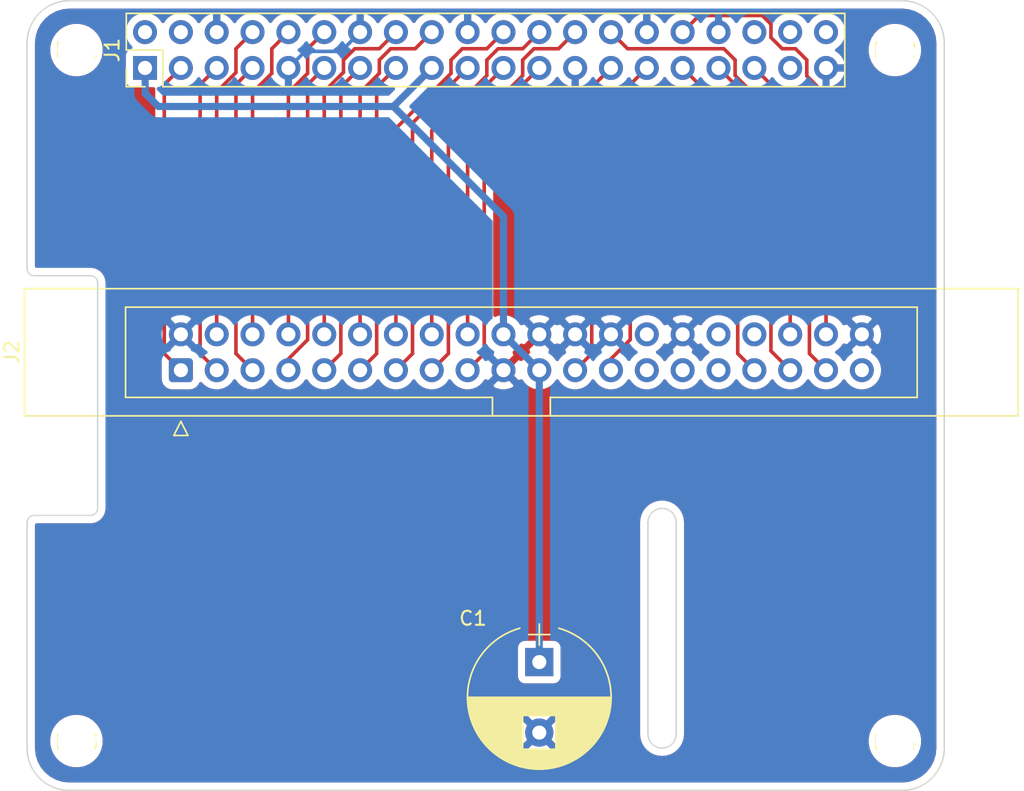
<source format=kicad_pcb>
(kicad_pcb (version 20171130) (host pcbnew "(5.1.6)-1")

  (general
    (thickness 1.6)
    (drawings 39)
    (tracks 113)
    (zones 0)
    (modules 7)
    (nets 40)
  )

  (page A3)
  (title_block
    (date "15 nov 2012")
  )

  (layers
    (0 F.Cu signal)
    (31 B.Cu signal)
    (32 B.Adhes user)
    (33 F.Adhes user)
    (34 B.Paste user)
    (35 F.Paste user)
    (36 B.SilkS user)
    (37 F.SilkS user)
    (38 B.Mask user)
    (39 F.Mask user)
    (40 Dwgs.User user hide)
    (41 Cmts.User user)
    (42 Eco1.User user)
    (43 Eco2.User user)
    (44 Edge.Cuts user)
    (45 Margin user)
    (46 B.CrtYd user)
    (47 F.CrtYd user)
  )

  (setup
    (last_trace_width 0.508)
    (user_trace_width 0.254)
    (user_trace_width 0.508)
    (trace_clearance 0.2)
    (zone_clearance 0.508)
    (zone_45_only no)
    (trace_min 0.1524)
    (via_size 0.9)
    (via_drill 0.6)
    (via_min_size 0.8)
    (via_min_drill 0.5)
    (uvia_size 0.5)
    (uvia_drill 0.1)
    (uvias_allowed no)
    (uvia_min_size 0.5)
    (uvia_min_drill 0.1)
    (edge_width 0.1)
    (segment_width 0.1)
    (pcb_text_width 0.25)
    (pcb_text_size 1 1)
    (mod_edge_width 0.15)
    (mod_text_size 1 1)
    (mod_text_width 0.15)
    (pad_size 2.5 2.5)
    (pad_drill 2.5)
    (pad_to_mask_clearance 0)
    (aux_axis_origin 200 150)
    (grid_origin 200 150)
    (visible_elements 7FFFFFFF)
    (pcbplotparams
      (layerselection 0x00030_80000001)
      (usegerberextensions true)
      (usegerberattributes false)
      (usegerberadvancedattributes false)
      (creategerberjobfile false)
      (excludeedgelayer true)
      (linewidth 0.150000)
      (plotframeref false)
      (viasonmask false)
      (mode 1)
      (useauxorigin false)
      (hpglpennumber 1)
      (hpglpenspeed 20)
      (hpglpendiameter 15.000000)
      (psnegative false)
      (psa4output false)
      (plotreference true)
      (plotvalue true)
      (plotinvisibletext false)
      (padsonsilk false)
      (subtractmaskfromsilk false)
      (outputformat 1)
      (mirror false)
      (drillshape 1)
      (scaleselection 1)
      (outputdirectory ""))
  )

  (net 0 "")
  (net 1 +3V3)
  (net 2 GND)
  (net 3 "Net-(J1-Pad40)")
  (net 4 "Net-(J1-Pad38)")
  (net 5 "Net-(J1-Pad37)")
  (net 6 "Net-(J1-Pad36)")
  (net 7 CS0)
  (net 8 DA0)
  (net 9 CS1)
  (net 10 DA1)
  (net 11 IOR)
  (net 12 DA2)
  (net 13 IOW)
  (net 14 D15)
  (net 15 D14)
  (net 16 D0)
  (net 17 D13)
  (net 18 D1)
  (net 19 D2)
  (net 20 D12)
  (net 21 D11)
  (net 22 D3)
  (net 23 D4)
  (net 24 D10)
  (net 25 D5)
  (net 26 D9)
  (net 27 D8)
  (net 28 D6)
  (net 29 D7)
  (net 30 "Net-(J1-Pad4)")
  (net 31 RESET)
  (net 32 "Net-(J1-Pad2)")
  (net 33 IO_CH_RD)
  (net 34 DMA_ACK)
  (net 35 IRQ)
  (net 36 ACTIVE)
  (net 37 "Net-(J2-Pad28)")
  (net 38 "Net-(J2-Pad32)")
  (net 39 "Net-(J2-Pad34)")

  (net_class Default "This is the default net class."
    (clearance 0.2)
    (trace_width 0.2)
    (via_dia 0.9)
    (via_drill 0.6)
    (uvia_dia 0.5)
    (uvia_drill 0.1)
    (add_net +3V3)
    (add_net ACTIVE)
    (add_net CS0)
    (add_net CS1)
    (add_net D0)
    (add_net D1)
    (add_net D10)
    (add_net D11)
    (add_net D12)
    (add_net D13)
    (add_net D14)
    (add_net D15)
    (add_net D2)
    (add_net D3)
    (add_net D4)
    (add_net D5)
    (add_net D6)
    (add_net D7)
    (add_net D8)
    (add_net D9)
    (add_net DA0)
    (add_net DA1)
    (add_net DA2)
    (add_net DMA_ACK)
    (add_net GND)
    (add_net IOR)
    (add_net IOW)
    (add_net IO_CH_RD)
    (add_net IRQ)
    (add_net "Net-(J1-Pad2)")
    (add_net "Net-(J1-Pad36)")
    (add_net "Net-(J1-Pad37)")
    (add_net "Net-(J1-Pad38)")
    (add_net "Net-(J1-Pad4)")
    (add_net "Net-(J1-Pad40)")
    (add_net "Net-(J2-Pad28)")
    (add_net "Net-(J2-Pad32)")
    (add_net "Net-(J2-Pad34)")
    (add_net RESET)
  )

  (net_class Power ""
    (clearance 0.2)
    (trace_width 0.5)
    (via_dia 1)
    (via_drill 0.7)
    (uvia_dia 0.5)
    (uvia_drill 0.1)
  )

  (module MountingHole:MountingHole_2.7mm_M2.5 (layer F.Cu) (tedit 56D1B4CB) (tstamp 5A793E98)
    (at 261.5 146.5)
    (descr "Mounting Hole 2.7mm, no annular, M2.5")
    (tags "mounting hole 2.7mm no annular m2.5")
    (path /5834FC4F)
    (attr virtual)
    (fp_text reference MK4 (at 0 0.1) (layer F.SilkS)
      (effects (font (size 1 1) (thickness 0.15)))
    )
    (fp_text value M2.5 (at 0 3.7) (layer F.Fab)
      (effects (font (size 1 1) (thickness 0.15)))
    )
    (fp_circle (center 0 0) (end 2.95 0) (layer F.CrtYd) (width 0.05))
    (fp_circle (center 0 0) (end 2.7 0) (layer Cmts.User) (width 0.15))
    (fp_text user %R (at 0.3 0) (layer F.Fab)
      (effects (font (size 1 1) (thickness 0.15)))
    )
    (pad 1 np_thru_hole circle (at 0 0) (size 2.7 2.7) (drill 2.7) (layers *.Cu *.Mask))
  )

  (module MountingHole:MountingHole_2.7mm_M2.5 (layer F.Cu) (tedit 56D1B4CB) (tstamp 5A793E91)
    (at 203.5 146.5)
    (descr "Mounting Hole 2.7mm, no annular, M2.5")
    (tags "mounting hole 2.7mm no annular m2.5")
    (path /5834FBEF)
    (attr virtual)
    (fp_text reference MK3 (at 0 0.1) (layer F.SilkS)
      (effects (font (size 1 1) (thickness 0.15)))
    )
    (fp_text value M2.5 (at 0 3.7) (layer F.Fab)
      (effects (font (size 1 1) (thickness 0.15)))
    )
    (fp_circle (center 0 0) (end 2.7 0) (layer Cmts.User) (width 0.15))
    (fp_circle (center 0 0) (end 2.95 0) (layer F.CrtYd) (width 0.05))
    (fp_text user %R (at 0.3 0) (layer F.Fab)
      (effects (font (size 1 1) (thickness 0.15)))
    )
    (pad 1 np_thru_hole circle (at 0 0) (size 2.7 2.7) (drill 2.7) (layers *.Cu *.Mask))
  )

  (module MountingHole:MountingHole_2.7mm_M2.5 (layer F.Cu) (tedit 56D1B4CB) (tstamp 5A793E8A)
    (at 261.5 97.5 180)
    (descr "Mounting Hole 2.7mm, no annular, M2.5")
    (tags "mounting hole 2.7mm no annular m2.5")
    (path /5834FC19)
    (attr virtual)
    (fp_text reference MK2 (at 0 0 180) (layer F.SilkS)
      (effects (font (size 1 1) (thickness 0.15)))
    )
    (fp_text value M2.5 (at 0 3.7 180) (layer F.Fab)
      (effects (font (size 1 1) (thickness 0.15)))
    )
    (fp_circle (center 0 0) (end 2.95 0) (layer F.CrtYd) (width 0.05))
    (fp_circle (center 0 0) (end 2.7 0) (layer Cmts.User) (width 0.15))
    (fp_text user %R (at 0.3 0 180) (layer F.Fab)
      (effects (font (size 1 1) (thickness 0.15)))
    )
    (pad 1 np_thru_hole circle (at 0 0 180) (size 2.7 2.7) (drill 2.7) (layers *.Cu *.Mask))
  )

  (module MountingHole:MountingHole_2.7mm_M2.5 (layer F.Cu) (tedit 56D1B4CB) (tstamp 5A793E83)
    (at 203.5 97.5 180)
    (descr "Mounting Hole 2.7mm, no annular, M2.5")
    (tags "mounting hole 2.7mm no annular m2.5")
    (path /5834FB2E)
    (attr virtual)
    (fp_text reference MK1 (at 0 0 180) (layer F.SilkS)
      (effects (font (size 1 1) (thickness 0.15)))
    )
    (fp_text value M2.5 (at 0 3.7 180) (layer F.Fab)
      (effects (font (size 1 1) (thickness 0.15)))
    )
    (fp_circle (center 0 0) (end 2.7 0) (layer Cmts.User) (width 0.15))
    (fp_circle (center 0 0) (end 2.95 0) (layer F.CrtYd) (width 0.05))
    (fp_text user %R (at 0.3 0 180) (layer F.Fab)
      (effects (font (size 1 1) (thickness 0.15)))
    )
    (pad 1 np_thru_hole circle (at 0 0 180) (size 2.7 2.7) (drill 2.7) (layers *.Cu *.Mask))
  )

  (module Capacitors_THT:CP_Radial_D10.0mm_P5.00mm (layer F.Cu) (tedit 597BC7C2) (tstamp 5F32BD4F)
    (at 236.3 140.9 270)
    (descr "CP, Radial series, Radial, pin pitch=5.00mm, , diameter=10mm, Electrolytic Capacitor")
    (tags "CP Radial series Radial pin pitch 5.00mm  diameter 10mm Electrolytic Capacitor")
    (path /5F3316F9)
    (fp_text reference C1 (at -3.1 4.7 180) (layer F.SilkS)
      (effects (font (size 1 1) (thickness 0.15)))
    )
    (fp_text value 1µF (at 2.5 6.31 90) (layer F.Fab)
      (effects (font (size 1 1) (thickness 0.15)))
    )
    (fp_line (start 7.85 -5.35) (end -2.85 -5.35) (layer F.CrtYd) (width 0.05))
    (fp_line (start 7.85 5.35) (end 7.85 -5.35) (layer F.CrtYd) (width 0.05))
    (fp_line (start -2.85 5.35) (end 7.85 5.35) (layer F.CrtYd) (width 0.05))
    (fp_line (start -2.85 -5.35) (end -2.85 5.35) (layer F.CrtYd) (width 0.05))
    (fp_line (start -1.95 -0.75) (end -1.95 0.75) (layer F.SilkS) (width 0.12))
    (fp_line (start -2.7 0) (end -1.2 0) (layer F.SilkS) (width 0.12))
    (fp_line (start 7.581 -0.279) (end 7.581 0.279) (layer F.SilkS) (width 0.12))
    (fp_line (start 7.541 -0.672) (end 7.541 0.672) (layer F.SilkS) (width 0.12))
    (fp_line (start 7.501 -0.913) (end 7.501 0.913) (layer F.SilkS) (width 0.12))
    (fp_line (start 7.461 -1.104) (end 7.461 1.104) (layer F.SilkS) (width 0.12))
    (fp_line (start 7.421 -1.265) (end 7.421 1.265) (layer F.SilkS) (width 0.12))
    (fp_line (start 7.381 -1.407) (end 7.381 1.407) (layer F.SilkS) (width 0.12))
    (fp_line (start 7.341 -1.536) (end 7.341 1.536) (layer F.SilkS) (width 0.12))
    (fp_line (start 7.301 -1.654) (end 7.301 1.654) (layer F.SilkS) (width 0.12))
    (fp_line (start 7.261 -1.763) (end 7.261 1.763) (layer F.SilkS) (width 0.12))
    (fp_line (start 7.221 -1.866) (end 7.221 1.866) (layer F.SilkS) (width 0.12))
    (fp_line (start 7.181 -1.962) (end 7.181 1.962) (layer F.SilkS) (width 0.12))
    (fp_line (start 7.141 -2.053) (end 7.141 2.053) (layer F.SilkS) (width 0.12))
    (fp_line (start 7.101 -2.14) (end 7.101 2.14) (layer F.SilkS) (width 0.12))
    (fp_line (start 7.061 -2.222) (end 7.061 2.222) (layer F.SilkS) (width 0.12))
    (fp_line (start 7.021 -2.301) (end 7.021 2.301) (layer F.SilkS) (width 0.12))
    (fp_line (start 6.981 -2.377) (end 6.981 2.377) (layer F.SilkS) (width 0.12))
    (fp_line (start 6.941 -2.449) (end 6.941 2.449) (layer F.SilkS) (width 0.12))
    (fp_line (start 6.901 -2.519) (end 6.901 2.519) (layer F.SilkS) (width 0.12))
    (fp_line (start 6.861 -2.587) (end 6.861 2.587) (layer F.SilkS) (width 0.12))
    (fp_line (start 6.821 -2.652) (end 6.821 2.652) (layer F.SilkS) (width 0.12))
    (fp_line (start 6.781 -2.715) (end 6.781 2.715) (layer F.SilkS) (width 0.12))
    (fp_line (start 6.741 -2.777) (end 6.741 2.777) (layer F.SilkS) (width 0.12))
    (fp_line (start 6.701 -2.836) (end 6.701 2.836) (layer F.SilkS) (width 0.12))
    (fp_line (start 6.661 -2.894) (end 6.661 2.894) (layer F.SilkS) (width 0.12))
    (fp_line (start 6.621 -2.949) (end 6.621 2.949) (layer F.SilkS) (width 0.12))
    (fp_line (start 6.581 -3.004) (end 6.581 3.004) (layer F.SilkS) (width 0.12))
    (fp_line (start 6.541 -3.057) (end 6.541 3.057) (layer F.SilkS) (width 0.12))
    (fp_line (start 6.501 -3.108) (end 6.501 3.108) (layer F.SilkS) (width 0.12))
    (fp_line (start 6.461 -3.158) (end 6.461 3.158) (layer F.SilkS) (width 0.12))
    (fp_line (start 6.421 -3.207) (end 6.421 3.207) (layer F.SilkS) (width 0.12))
    (fp_line (start 6.381 -3.255) (end 6.381 3.255) (layer F.SilkS) (width 0.12))
    (fp_line (start 6.341 -3.302) (end 6.341 3.302) (layer F.SilkS) (width 0.12))
    (fp_line (start 6.301 -3.347) (end 6.301 3.347) (layer F.SilkS) (width 0.12))
    (fp_line (start 6.261 -3.391) (end 6.261 3.391) (layer F.SilkS) (width 0.12))
    (fp_line (start 6.221 -3.435) (end 6.221 3.435) (layer F.SilkS) (width 0.12))
    (fp_line (start 6.181 -3.477) (end 6.181 3.477) (layer F.SilkS) (width 0.12))
    (fp_line (start 6.141 1.181) (end 6.141 3.518) (layer F.SilkS) (width 0.12))
    (fp_line (start 6.141 -3.518) (end 6.141 -1.181) (layer F.SilkS) (width 0.12))
    (fp_line (start 6.101 1.181) (end 6.101 3.559) (layer F.SilkS) (width 0.12))
    (fp_line (start 6.101 -3.559) (end 6.101 -1.181) (layer F.SilkS) (width 0.12))
    (fp_line (start 6.061 1.181) (end 6.061 3.598) (layer F.SilkS) (width 0.12))
    (fp_line (start 6.061 -3.598) (end 6.061 -1.181) (layer F.SilkS) (width 0.12))
    (fp_line (start 6.021 1.181) (end 6.021 3.637) (layer F.SilkS) (width 0.12))
    (fp_line (start 6.021 -3.637) (end 6.021 -1.181) (layer F.SilkS) (width 0.12))
    (fp_line (start 5.981 1.181) (end 5.981 3.675) (layer F.SilkS) (width 0.12))
    (fp_line (start 5.981 -3.675) (end 5.981 -1.181) (layer F.SilkS) (width 0.12))
    (fp_line (start 5.941 1.181) (end 5.941 3.712) (layer F.SilkS) (width 0.12))
    (fp_line (start 5.941 -3.712) (end 5.941 -1.181) (layer F.SilkS) (width 0.12))
    (fp_line (start 5.901 1.181) (end 5.901 3.748) (layer F.SilkS) (width 0.12))
    (fp_line (start 5.901 -3.748) (end 5.901 -1.181) (layer F.SilkS) (width 0.12))
    (fp_line (start 5.861 1.181) (end 5.861 3.784) (layer F.SilkS) (width 0.12))
    (fp_line (start 5.861 -3.784) (end 5.861 -1.181) (layer F.SilkS) (width 0.12))
    (fp_line (start 5.821 1.181) (end 5.821 3.819) (layer F.SilkS) (width 0.12))
    (fp_line (start 5.821 -3.819) (end 5.821 -1.181) (layer F.SilkS) (width 0.12))
    (fp_line (start 5.781 1.181) (end 5.781 3.853) (layer F.SilkS) (width 0.12))
    (fp_line (start 5.781 -3.853) (end 5.781 -1.181) (layer F.SilkS) (width 0.12))
    (fp_line (start 5.741 1.181) (end 5.741 3.886) (layer F.SilkS) (width 0.12))
    (fp_line (start 5.741 -3.886) (end 5.741 -1.181) (layer F.SilkS) (width 0.12))
    (fp_line (start 5.701 1.181) (end 5.701 3.919) (layer F.SilkS) (width 0.12))
    (fp_line (start 5.701 -3.919) (end 5.701 -1.181) (layer F.SilkS) (width 0.12))
    (fp_line (start 5.661 1.181) (end 5.661 3.951) (layer F.SilkS) (width 0.12))
    (fp_line (start 5.661 -3.951) (end 5.661 -1.181) (layer F.SilkS) (width 0.12))
    (fp_line (start 5.621 1.181) (end 5.621 3.982) (layer F.SilkS) (width 0.12))
    (fp_line (start 5.621 -3.982) (end 5.621 -1.181) (layer F.SilkS) (width 0.12))
    (fp_line (start 5.581 1.181) (end 5.581 4.013) (layer F.SilkS) (width 0.12))
    (fp_line (start 5.581 -4.013) (end 5.581 -1.181) (layer F.SilkS) (width 0.12))
    (fp_line (start 5.541 1.181) (end 5.541 4.043) (layer F.SilkS) (width 0.12))
    (fp_line (start 5.541 -4.043) (end 5.541 -1.181) (layer F.SilkS) (width 0.12))
    (fp_line (start 5.501 1.181) (end 5.501 4.072) (layer F.SilkS) (width 0.12))
    (fp_line (start 5.501 -4.072) (end 5.501 -1.181) (layer F.SilkS) (width 0.12))
    (fp_line (start 5.461 1.181) (end 5.461 4.101) (layer F.SilkS) (width 0.12))
    (fp_line (start 5.461 -4.101) (end 5.461 -1.181) (layer F.SilkS) (width 0.12))
    (fp_line (start 5.421 1.181) (end 5.421 4.13) (layer F.SilkS) (width 0.12))
    (fp_line (start 5.421 -4.13) (end 5.421 -1.181) (layer F.SilkS) (width 0.12))
    (fp_line (start 5.381 1.181) (end 5.381 4.157) (layer F.SilkS) (width 0.12))
    (fp_line (start 5.381 -4.157) (end 5.381 -1.181) (layer F.SilkS) (width 0.12))
    (fp_line (start 5.341 1.181) (end 5.341 4.185) (layer F.SilkS) (width 0.12))
    (fp_line (start 5.341 -4.185) (end 5.341 -1.181) (layer F.SilkS) (width 0.12))
    (fp_line (start 5.301 1.181) (end 5.301 4.211) (layer F.SilkS) (width 0.12))
    (fp_line (start 5.301 -4.211) (end 5.301 -1.181) (layer F.SilkS) (width 0.12))
    (fp_line (start 5.261 1.181) (end 5.261 4.237) (layer F.SilkS) (width 0.12))
    (fp_line (start 5.261 -4.237) (end 5.261 -1.181) (layer F.SilkS) (width 0.12))
    (fp_line (start 5.221 1.181) (end 5.221 4.263) (layer F.SilkS) (width 0.12))
    (fp_line (start 5.221 -4.263) (end 5.221 -1.181) (layer F.SilkS) (width 0.12))
    (fp_line (start 5.181 1.181) (end 5.181 4.288) (layer F.SilkS) (width 0.12))
    (fp_line (start 5.181 -4.288) (end 5.181 -1.181) (layer F.SilkS) (width 0.12))
    (fp_line (start 5.141 1.181) (end 5.141 4.312) (layer F.SilkS) (width 0.12))
    (fp_line (start 5.141 -4.312) (end 5.141 -1.181) (layer F.SilkS) (width 0.12))
    (fp_line (start 5.101 1.181) (end 5.101 4.336) (layer F.SilkS) (width 0.12))
    (fp_line (start 5.101 -4.336) (end 5.101 -1.181) (layer F.SilkS) (width 0.12))
    (fp_line (start 5.061 1.181) (end 5.061 4.36) (layer F.SilkS) (width 0.12))
    (fp_line (start 5.061 -4.36) (end 5.061 -1.181) (layer F.SilkS) (width 0.12))
    (fp_line (start 5.021 1.181) (end 5.021 4.383) (layer F.SilkS) (width 0.12))
    (fp_line (start 5.021 -4.383) (end 5.021 -1.181) (layer F.SilkS) (width 0.12))
    (fp_line (start 4.981 1.181) (end 4.981 4.405) (layer F.SilkS) (width 0.12))
    (fp_line (start 4.981 -4.405) (end 4.981 -1.181) (layer F.SilkS) (width 0.12))
    (fp_line (start 4.941 1.181) (end 4.941 4.428) (layer F.SilkS) (width 0.12))
    (fp_line (start 4.941 -4.428) (end 4.941 -1.181) (layer F.SilkS) (width 0.12))
    (fp_line (start 4.901 1.181) (end 4.901 4.449) (layer F.SilkS) (width 0.12))
    (fp_line (start 4.901 -4.449) (end 4.901 -1.181) (layer F.SilkS) (width 0.12))
    (fp_line (start 4.861 1.181) (end 4.861 4.47) (layer F.SilkS) (width 0.12))
    (fp_line (start 4.861 -4.47) (end 4.861 -1.181) (layer F.SilkS) (width 0.12))
    (fp_line (start 4.821 1.181) (end 4.821 4.491) (layer F.SilkS) (width 0.12))
    (fp_line (start 4.821 -4.491) (end 4.821 -1.181) (layer F.SilkS) (width 0.12))
    (fp_line (start 4.781 1.181) (end 4.781 4.511) (layer F.SilkS) (width 0.12))
    (fp_line (start 4.781 -4.511) (end 4.781 -1.181) (layer F.SilkS) (width 0.12))
    (fp_line (start 4.741 1.181) (end 4.741 4.531) (layer F.SilkS) (width 0.12))
    (fp_line (start 4.741 -4.531) (end 4.741 -1.181) (layer F.SilkS) (width 0.12))
    (fp_line (start 4.701 1.181) (end 4.701 4.55) (layer F.SilkS) (width 0.12))
    (fp_line (start 4.701 -4.55) (end 4.701 -1.181) (layer F.SilkS) (width 0.12))
    (fp_line (start 4.661 1.181) (end 4.661 4.569) (layer F.SilkS) (width 0.12))
    (fp_line (start 4.661 -4.569) (end 4.661 -1.181) (layer F.SilkS) (width 0.12))
    (fp_line (start 4.621 1.181) (end 4.621 4.588) (layer F.SilkS) (width 0.12))
    (fp_line (start 4.621 -4.588) (end 4.621 -1.181) (layer F.SilkS) (width 0.12))
    (fp_line (start 4.581 1.181) (end 4.581 4.606) (layer F.SilkS) (width 0.12))
    (fp_line (start 4.581 -4.606) (end 4.581 -1.181) (layer F.SilkS) (width 0.12))
    (fp_line (start 4.541 1.181) (end 4.541 4.624) (layer F.SilkS) (width 0.12))
    (fp_line (start 4.541 -4.624) (end 4.541 -1.181) (layer F.SilkS) (width 0.12))
    (fp_line (start 4.501 1.181) (end 4.501 4.641) (layer F.SilkS) (width 0.12))
    (fp_line (start 4.501 -4.641) (end 4.501 -1.181) (layer F.SilkS) (width 0.12))
    (fp_line (start 4.461 1.181) (end 4.461 4.658) (layer F.SilkS) (width 0.12))
    (fp_line (start 4.461 -4.658) (end 4.461 -1.181) (layer F.SilkS) (width 0.12))
    (fp_line (start 4.421 1.181) (end 4.421 4.674) (layer F.SilkS) (width 0.12))
    (fp_line (start 4.421 -4.674) (end 4.421 -1.181) (layer F.SilkS) (width 0.12))
    (fp_line (start 4.381 1.181) (end 4.381 4.691) (layer F.SilkS) (width 0.12))
    (fp_line (start 4.381 -4.691) (end 4.381 -1.181) (layer F.SilkS) (width 0.12))
    (fp_line (start 4.341 1.181) (end 4.341 4.706) (layer F.SilkS) (width 0.12))
    (fp_line (start 4.341 -4.706) (end 4.341 -1.181) (layer F.SilkS) (width 0.12))
    (fp_line (start 4.301 1.181) (end 4.301 4.722) (layer F.SilkS) (width 0.12))
    (fp_line (start 4.301 -4.722) (end 4.301 -1.181) (layer F.SilkS) (width 0.12))
    (fp_line (start 4.261 1.181) (end 4.261 4.737) (layer F.SilkS) (width 0.12))
    (fp_line (start 4.261 -4.737) (end 4.261 -1.181) (layer F.SilkS) (width 0.12))
    (fp_line (start 4.221 1.181) (end 4.221 4.751) (layer F.SilkS) (width 0.12))
    (fp_line (start 4.221 -4.751) (end 4.221 -1.181) (layer F.SilkS) (width 0.12))
    (fp_line (start 4.181 1.181) (end 4.181 4.765) (layer F.SilkS) (width 0.12))
    (fp_line (start 4.181 -4.765) (end 4.181 -1.181) (layer F.SilkS) (width 0.12))
    (fp_line (start 4.141 1.181) (end 4.141 4.779) (layer F.SilkS) (width 0.12))
    (fp_line (start 4.141 -4.779) (end 4.141 -1.181) (layer F.SilkS) (width 0.12))
    (fp_line (start 4.101 1.181) (end 4.101 4.792) (layer F.SilkS) (width 0.12))
    (fp_line (start 4.101 -4.792) (end 4.101 -1.181) (layer F.SilkS) (width 0.12))
    (fp_line (start 4.061 1.181) (end 4.061 4.806) (layer F.SilkS) (width 0.12))
    (fp_line (start 4.061 -4.806) (end 4.061 -1.181) (layer F.SilkS) (width 0.12))
    (fp_line (start 4.021 1.181) (end 4.021 4.818) (layer F.SilkS) (width 0.12))
    (fp_line (start 4.021 -4.818) (end 4.021 -1.181) (layer F.SilkS) (width 0.12))
    (fp_line (start 3.981 1.181) (end 3.981 4.831) (layer F.SilkS) (width 0.12))
    (fp_line (start 3.981 -4.831) (end 3.981 -1.181) (layer F.SilkS) (width 0.12))
    (fp_line (start 3.941 1.181) (end 3.941 4.843) (layer F.SilkS) (width 0.12))
    (fp_line (start 3.941 -4.843) (end 3.941 -1.181) (layer F.SilkS) (width 0.12))
    (fp_line (start 3.901 1.181) (end 3.901 4.854) (layer F.SilkS) (width 0.12))
    (fp_line (start 3.901 -4.854) (end 3.901 -1.181) (layer F.SilkS) (width 0.12))
    (fp_line (start 3.861 1.181) (end 3.861 4.865) (layer F.SilkS) (width 0.12))
    (fp_line (start 3.861 -4.865) (end 3.861 -1.181) (layer F.SilkS) (width 0.12))
    (fp_line (start 3.821 1.181) (end 3.821 4.876) (layer F.SilkS) (width 0.12))
    (fp_line (start 3.821 -4.876) (end 3.821 -1.181) (layer F.SilkS) (width 0.12))
    (fp_line (start 3.781 -4.887) (end 3.781 4.887) (layer F.SilkS) (width 0.12))
    (fp_line (start 3.741 -4.897) (end 3.741 4.897) (layer F.SilkS) (width 0.12))
    (fp_line (start 3.701 -4.907) (end 3.701 4.907) (layer F.SilkS) (width 0.12))
    (fp_line (start 3.661 -4.917) (end 3.661 4.917) (layer F.SilkS) (width 0.12))
    (fp_line (start 3.621 -4.926) (end 3.621 4.926) (layer F.SilkS) (width 0.12))
    (fp_line (start 3.581 -4.935) (end 3.581 4.935) (layer F.SilkS) (width 0.12))
    (fp_line (start 3.541 -4.943) (end 3.541 4.943) (layer F.SilkS) (width 0.12))
    (fp_line (start 3.501 -4.951) (end 3.501 4.951) (layer F.SilkS) (width 0.12))
    (fp_line (start 3.461 -4.959) (end 3.461 4.959) (layer F.SilkS) (width 0.12))
    (fp_line (start 3.421 -4.967) (end 3.421 4.967) (layer F.SilkS) (width 0.12))
    (fp_line (start 3.381 -4.974) (end 3.381 4.974) (layer F.SilkS) (width 0.12))
    (fp_line (start 3.341 -4.981) (end 3.341 4.981) (layer F.SilkS) (width 0.12))
    (fp_line (start 3.301 -4.987) (end 3.301 4.987) (layer F.SilkS) (width 0.12))
    (fp_line (start 3.261 -4.993) (end 3.261 4.993) (layer F.SilkS) (width 0.12))
    (fp_line (start 3.221 -4.999) (end 3.221 4.999) (layer F.SilkS) (width 0.12))
    (fp_line (start 3.18 -5.005) (end 3.18 5.005) (layer F.SilkS) (width 0.12))
    (fp_line (start 3.14 -5.01) (end 3.14 5.01) (layer F.SilkS) (width 0.12))
    (fp_line (start 3.1 -5.015) (end 3.1 5.015) (layer F.SilkS) (width 0.12))
    (fp_line (start 3.06 -5.02) (end 3.06 5.02) (layer F.SilkS) (width 0.12))
    (fp_line (start 3.02 -5.024) (end 3.02 5.024) (layer F.SilkS) (width 0.12))
    (fp_line (start 2.98 -5.028) (end 2.98 5.028) (layer F.SilkS) (width 0.12))
    (fp_line (start 2.94 -5.031) (end 2.94 5.031) (layer F.SilkS) (width 0.12))
    (fp_line (start 2.9 -5.035) (end 2.9 5.035) (layer F.SilkS) (width 0.12))
    (fp_line (start 2.86 -5.038) (end 2.86 5.038) (layer F.SilkS) (width 0.12))
    (fp_line (start 2.82 -5.04) (end 2.82 5.04) (layer F.SilkS) (width 0.12))
    (fp_line (start 2.78 -5.043) (end 2.78 5.043) (layer F.SilkS) (width 0.12))
    (fp_line (start 2.74 -5.045) (end 2.74 5.045) (layer F.SilkS) (width 0.12))
    (fp_line (start 2.7 -5.047) (end 2.7 5.047) (layer F.SilkS) (width 0.12))
    (fp_line (start 2.66 -5.048) (end 2.66 5.048) (layer F.SilkS) (width 0.12))
    (fp_line (start 2.62 -5.049) (end 2.62 5.049) (layer F.SilkS) (width 0.12))
    (fp_line (start 2.58 -5.05) (end 2.58 5.05) (layer F.SilkS) (width 0.12))
    (fp_line (start 2.54 -5.05) (end 2.54 5.05) (layer F.SilkS) (width 0.12))
    (fp_line (start 2.5 -5.05) (end 2.5 5.05) (layer F.SilkS) (width 0.12))
    (fp_line (start -1.95 -0.75) (end -1.95 0.75) (layer F.Fab) (width 0.1))
    (fp_line (start -2.7 0) (end -1.2 0) (layer F.Fab) (width 0.1))
    (fp_circle (center 2.5 0) (end 7.5 0) (layer F.Fab) (width 0.1))
    (fp_text user %R (at 2.5 0 90) (layer F.Fab)
      (effects (font (size 1 1) (thickness 0.15)))
    )
    (fp_arc (start 2.5 0) (end 7.399357 -1.38) (angle 31.5) (layer F.SilkS) (width 0.12))
    (fp_arc (start 2.5 0) (end -2.399357 1.38) (angle -148.5) (layer F.SilkS) (width 0.12))
    (fp_arc (start 2.5 0) (end -2.399357 -1.38) (angle 148.5) (layer F.SilkS) (width 0.12))
    (pad 2 thru_hole circle (at 5 0 270) (size 2 2) (drill 1) (layers *.Cu *.Mask)
      (net 2 GND))
    (pad 1 thru_hole rect (at 0 0 270) (size 2 2) (drill 1) (layers *.Cu *.Mask)
      (net 1 +3V3))
    (model ${KISYS3DMOD}/Capacitors_THT.3dshapes/CP_Radial_D10.0mm_P5.00mm.wrl
      (at (xyz 0 0 0))
      (scale (xyz 1 1 1))
      (rotate (xyz 0 0 0))
    )
    (model ${KISYS3DMOD}/Capacitor_THT.3dshapes/C_Radial_D10.0mm_H12.5mm_P5.00mm.step
      (at (xyz 0 0 0))
      (scale (xyz 1 1 1))
      (rotate (xyz 0 0 0))
    )
  )

  (module Pin_Headers:Pin_Header_Straight_2x20_Pitch2.54mm (layer F.Cu) (tedit 59650533) (tstamp 5F32BD8D)
    (at 208.36 98.769 90)
    (descr "Through hole straight pin header, 2x20, 2.54mm pitch, double rows")
    (tags "Through hole pin header THT 2x20 2.54mm double row")
    (path /5F32ABA5)
    (fp_text reference J1 (at 1.27 -2.33 90) (layer F.SilkS)
      (effects (font (size 1 1) (thickness 0.15)))
    )
    (fp_text value Raspberry_Pi_2_3 (at 1.27 50.59 90) (layer F.Fab)
      (effects (font (size 1 1) (thickness 0.15)))
    )
    (fp_line (start 4.35 -1.8) (end -1.8 -1.8) (layer F.CrtYd) (width 0.05))
    (fp_line (start 4.35 50.05) (end 4.35 -1.8) (layer F.CrtYd) (width 0.05))
    (fp_line (start -1.8 50.05) (end 4.35 50.05) (layer F.CrtYd) (width 0.05))
    (fp_line (start -1.8 -1.8) (end -1.8 50.05) (layer F.CrtYd) (width 0.05))
    (fp_line (start -1.33 -1.33) (end 0 -1.33) (layer F.SilkS) (width 0.12))
    (fp_line (start -1.33 0) (end -1.33 -1.33) (layer F.SilkS) (width 0.12))
    (fp_line (start 1.27 -1.33) (end 3.87 -1.33) (layer F.SilkS) (width 0.12))
    (fp_line (start 1.27 1.27) (end 1.27 -1.33) (layer F.SilkS) (width 0.12))
    (fp_line (start -1.33 1.27) (end 1.27 1.27) (layer F.SilkS) (width 0.12))
    (fp_line (start 3.87 -1.33) (end 3.87 49.59) (layer F.SilkS) (width 0.12))
    (fp_line (start -1.33 1.27) (end -1.33 49.59) (layer F.SilkS) (width 0.12))
    (fp_line (start -1.33 49.59) (end 3.87 49.59) (layer F.SilkS) (width 0.12))
    (fp_line (start -1.27 0) (end 0 -1.27) (layer F.Fab) (width 0.1))
    (fp_line (start -1.27 49.53) (end -1.27 0) (layer F.Fab) (width 0.1))
    (fp_line (start 3.81 49.53) (end -1.27 49.53) (layer F.Fab) (width 0.1))
    (fp_line (start 3.81 -1.27) (end 3.81 49.53) (layer F.Fab) (width 0.1))
    (fp_line (start 0 -1.27) (end 3.81 -1.27) (layer F.Fab) (width 0.1))
    (fp_text user %R (at 1.27 24.13) (layer F.Fab)
      (effects (font (size 1 1) (thickness 0.15)))
    )
    (pad 40 thru_hole oval (at 2.54 48.26 90) (size 1.7 1.7) (drill 1) (layers *.Cu *.Mask)
      (net 3 "Net-(J1-Pad40)"))
    (pad 39 thru_hole oval (at 0 48.26 90) (size 1.7 1.7) (drill 1) (layers *.Cu *.Mask)
      (net 2 GND))
    (pad 38 thru_hole oval (at 2.54 45.72 90) (size 1.7 1.7) (drill 1) (layers *.Cu *.Mask)
      (net 4 "Net-(J1-Pad38)"))
    (pad 37 thru_hole oval (at 0 45.72 90) (size 1.7 1.7) (drill 1) (layers *.Cu *.Mask)
      (net 5 "Net-(J1-Pad37)"))
    (pad 36 thru_hole oval (at 2.54 43.18 90) (size 1.7 1.7) (drill 1) (layers *.Cu *.Mask)
      (net 6 "Net-(J1-Pad36)"))
    (pad 35 thru_hole oval (at 0 43.18 90) (size 1.7 1.7) (drill 1) (layers *.Cu *.Mask)
      (net 7 CS0))
    (pad 34 thru_hole oval (at 2.54 40.64 90) (size 1.7 1.7) (drill 1) (layers *.Cu *.Mask)
      (net 2 GND))
    (pad 33 thru_hole oval (at 0 40.64 90) (size 1.7 1.7) (drill 1) (layers *.Cu *.Mask)
      (net 8 DA0))
    (pad 32 thru_hole oval (at 2.54 38.1 90) (size 1.7 1.7) (drill 1) (layers *.Cu *.Mask)
      (net 9 CS1))
    (pad 31 thru_hole oval (at 0 38.1 90) (size 1.7 1.7) (drill 1) (layers *.Cu *.Mask)
      (net 10 DA1))
    (pad 30 thru_hole oval (at 2.54 35.56 90) (size 1.7 1.7) (drill 1) (layers *.Cu *.Mask)
      (net 2 GND))
    (pad 29 thru_hole oval (at 0 35.56 90) (size 1.7 1.7) (drill 1) (layers *.Cu *.Mask)
      (net 11 IOR))
    (pad 28 thru_hole oval (at 2.54 33.02 90) (size 1.7 1.7) (drill 1) (layers *.Cu *.Mask)
      (net 12 DA2))
    (pad 27 thru_hole oval (at 0 33.02 90) (size 1.7 1.7) (drill 1) (layers *.Cu *.Mask)
      (net 13 IOW))
    (pad 26 thru_hole oval (at 2.54 30.48 90) (size 1.7 1.7) (drill 1) (layers *.Cu *.Mask)
      (net 14 D15))
    (pad 25 thru_hole oval (at 0 30.48 90) (size 1.7 1.7) (drill 1) (layers *.Cu *.Mask)
      (net 2 GND))
    (pad 24 thru_hole oval (at 2.54 27.94 90) (size 1.7 1.7) (drill 1) (layers *.Cu *.Mask)
      (net 15 D14))
    (pad 23 thru_hole oval (at 0 27.94 90) (size 1.7 1.7) (drill 1) (layers *.Cu *.Mask)
      (net 16 D0))
    (pad 22 thru_hole oval (at 2.54 25.4 90) (size 1.7 1.7) (drill 1) (layers *.Cu *.Mask)
      (net 17 D13))
    (pad 21 thru_hole oval (at 0 25.4 90) (size 1.7 1.7) (drill 1) (layers *.Cu *.Mask)
      (net 18 D1))
    (pad 20 thru_hole oval (at 2.54 22.86 90) (size 1.7 1.7) (drill 1) (layers *.Cu *.Mask)
      (net 2 GND))
    (pad 19 thru_hole oval (at 0 22.86 90) (size 1.7 1.7) (drill 1) (layers *.Cu *.Mask)
      (net 19 D2))
    (pad 18 thru_hole oval (at 2.54 20.32 90) (size 1.7 1.7) (drill 1) (layers *.Cu *.Mask)
      (net 20 D12))
    (pad 17 thru_hole oval (at 0 20.32 90) (size 1.7 1.7) (drill 1) (layers *.Cu *.Mask)
      (net 1 +3V3))
    (pad 16 thru_hole oval (at 2.54 17.78 90) (size 1.7 1.7) (drill 1) (layers *.Cu *.Mask)
      (net 21 D11))
    (pad 15 thru_hole oval (at 0 17.78 90) (size 1.7 1.7) (drill 1) (layers *.Cu *.Mask)
      (net 22 D3))
    (pad 14 thru_hole oval (at 2.54 15.24 90) (size 1.7 1.7) (drill 1) (layers *.Cu *.Mask)
      (net 2 GND))
    (pad 13 thru_hole oval (at 0 15.24 90) (size 1.7 1.7) (drill 1) (layers *.Cu *.Mask)
      (net 23 D4))
    (pad 12 thru_hole oval (at 2.54 12.7 90) (size 1.7 1.7) (drill 1) (layers *.Cu *.Mask)
      (net 24 D10))
    (pad 11 thru_hole oval (at 0 12.7 90) (size 1.7 1.7) (drill 1) (layers *.Cu *.Mask)
      (net 25 D5))
    (pad 10 thru_hole oval (at 2.54 10.16 90) (size 1.7 1.7) (drill 1) (layers *.Cu *.Mask)
      (net 26 D9))
    (pad 9 thru_hole oval (at 0 10.16 90) (size 1.7 1.7) (drill 1) (layers *.Cu *.Mask)
      (net 2 GND))
    (pad 8 thru_hole oval (at 2.54 7.62 90) (size 1.7 1.7) (drill 1) (layers *.Cu *.Mask)
      (net 27 D8))
    (pad 7 thru_hole oval (at 0 7.62 90) (size 1.7 1.7) (drill 1) (layers *.Cu *.Mask)
      (net 28 D6))
    (pad 6 thru_hole oval (at 2.54 5.08 90) (size 1.7 1.7) (drill 1) (layers *.Cu *.Mask)
      (net 2 GND))
    (pad 5 thru_hole oval (at 0 5.08 90) (size 1.7 1.7) (drill 1) (layers *.Cu *.Mask)
      (net 29 D7))
    (pad 4 thru_hole oval (at 2.54 2.54 90) (size 1.7 1.7) (drill 1) (layers *.Cu *.Mask)
      (net 30 "Net-(J1-Pad4)"))
    (pad 3 thru_hole oval (at 0 2.54 90) (size 1.7 1.7) (drill 1) (layers *.Cu *.Mask)
      (net 31 RESET))
    (pad 2 thru_hole oval (at 2.54 0 90) (size 1.7 1.7) (drill 1) (layers *.Cu *.Mask)
      (net 32 "Net-(J1-Pad2)"))
    (pad 1 thru_hole rect (at 0 0 90) (size 1.7 1.7) (drill 1) (layers *.Cu *.Mask)
      (net 1 +3V3))
    (model ${KISYS3DMOD}/Pin_Headers.3dshapes/Pin_Header_Straight_2x20_Pitch2.54mm.wrl
      (at (xyz 0 0 0))
      (scale (xyz 1 1 1))
      (rotate (xyz 0 0 0))
    )
    (model ${KISYS3DMOD}/Connector_PinSocket_2.54mm.3dshapes/PinSocket_2x20_P2.54mm_Vertical.step
      (offset (xyz 0 0 -1.725))
      (scale (xyz 1 1 1))
      (rotate (xyz 0 180 0))
    )
  )

  (module Connector_IDC:IDC-Header_2x20_P2.54mm_Latch_Vertical (layer F.Cu) (tedit 5EAC9A05) (tstamp 5F32BDDA)
    (at 210.9 120.2 90)
    (descr "Through hole IDC header, 2x20, 2.54mm pitch, DIN 41651 / IEC 60603-13, double rows latches, https://docs.google.com/spreadsheets/d/16SsEcesNF15N3Lb4niX7dcUr-NY5_MFPQhobNuNppn4/edit#gid=0")
    (tags "Through hole vertical IDC header THT 2x20 2.54mm double row")
    (path /5F32CFA6)
    (fp_text reference J2 (at 1.27 -11.97 90) (layer F.SilkS)
      (effects (font (size 1 1) (thickness 0.15)))
    )
    (fp_text value IDE (at 1.27 60.23 90) (layer F.Fab)
      (effects (font (size 1 1) (thickness 0.15)))
    )
    (fp_line (start -3.13 -9.97) (end -2.13 -10.97) (layer F.Fab) (width 0.1))
    (fp_line (start -2.13 -10.97) (end 5.67 -10.97) (layer F.Fab) (width 0.1))
    (fp_line (start 5.67 -10.97) (end 5.67 59.23) (layer F.Fab) (width 0.1))
    (fp_line (start 5.67 59.23) (end -3.13 59.23) (layer F.Fab) (width 0.1))
    (fp_line (start -3.13 59.23) (end -3.13 -9.97) (layer F.Fab) (width 0.1))
    (fp_line (start -3.13 22.08) (end -1.93 22.08) (layer F.Fab) (width 0.1))
    (fp_line (start -1.93 22.08) (end -1.93 -3.92) (layer F.Fab) (width 0.1))
    (fp_line (start -1.93 -3.92) (end 4.47 -3.92) (layer F.Fab) (width 0.1))
    (fp_line (start 4.47 -3.92) (end 4.47 52.18) (layer F.Fab) (width 0.1))
    (fp_line (start 4.47 52.18) (end -1.93 52.18) (layer F.Fab) (width 0.1))
    (fp_line (start -1.93 52.18) (end -1.93 26.18) (layer F.Fab) (width 0.1))
    (fp_line (start -1.93 26.18) (end -1.93 26.18) (layer F.Fab) (width 0.1))
    (fp_line (start -1.93 26.18) (end -3.13 26.18) (layer F.Fab) (width 0.1))
    (fp_line (start -3.24 -11.08) (end 5.78 -11.08) (layer F.SilkS) (width 0.12))
    (fp_line (start 5.78 -11.08) (end 5.78 59.34) (layer F.SilkS) (width 0.12))
    (fp_line (start 5.78 59.34) (end -3.24 59.34) (layer F.SilkS) (width 0.12))
    (fp_line (start -3.24 59.34) (end -3.24 -11.08) (layer F.SilkS) (width 0.12))
    (fp_line (start -3.24 22.08) (end -1.93 22.08) (layer F.SilkS) (width 0.12))
    (fp_line (start -1.93 22.08) (end -1.93 -3.92) (layer F.SilkS) (width 0.12))
    (fp_line (start -1.93 -3.92) (end 4.47 -3.92) (layer F.SilkS) (width 0.12))
    (fp_line (start 4.47 -3.92) (end 4.47 52.18) (layer F.SilkS) (width 0.12))
    (fp_line (start 4.47 52.18) (end -1.93 52.18) (layer F.SilkS) (width 0.12))
    (fp_line (start -1.93 52.18) (end -1.93 26.18) (layer F.SilkS) (width 0.12))
    (fp_line (start -1.93 26.18) (end -1.93 26.18) (layer F.SilkS) (width 0.12))
    (fp_line (start -1.93 26.18) (end -3.24 26.18) (layer F.SilkS) (width 0.12))
    (fp_line (start -3.63 0) (end -4.63 -0.5) (layer F.SilkS) (width 0.12))
    (fp_line (start -4.63 -0.5) (end -4.63 0.5) (layer F.SilkS) (width 0.12))
    (fp_line (start -4.63 0.5) (end -3.63 0) (layer F.SilkS) (width 0.12))
    (fp_line (start -3.63 -11.47) (end -3.63 59.73) (layer F.CrtYd) (width 0.05))
    (fp_line (start -3.63 59.73) (end 6.17 59.73) (layer F.CrtYd) (width 0.05))
    (fp_line (start 6.17 59.73) (end 6.17 -11.47) (layer F.CrtYd) (width 0.05))
    (fp_line (start 6.17 -11.47) (end -3.63 -11.47) (layer F.CrtYd) (width 0.05))
    (fp_text user %R (at 1.27 24.13) (layer F.Fab)
      (effects (font (size 1 1) (thickness 0.15)))
    )
    (pad 1 thru_hole roundrect (at 0 0 90) (size 1.7 1.7) (drill 1) (layers *.Cu *.Mask) (roundrect_rratio 0.147059)
      (net 31 RESET))
    (pad 3 thru_hole circle (at 0 2.54 90) (size 1.7 1.7) (drill 1) (layers *.Cu *.Mask)
      (net 29 D7))
    (pad 5 thru_hole circle (at 0 5.08 90) (size 1.7 1.7) (drill 1) (layers *.Cu *.Mask)
      (net 28 D6))
    (pad 7 thru_hole circle (at 0 7.62 90) (size 1.7 1.7) (drill 1) (layers *.Cu *.Mask)
      (net 25 D5))
    (pad 9 thru_hole circle (at 0 10.16 90) (size 1.7 1.7) (drill 1) (layers *.Cu *.Mask)
      (net 23 D4))
    (pad 11 thru_hole circle (at 0 12.7 90) (size 1.7 1.7) (drill 1) (layers *.Cu *.Mask)
      (net 22 D3))
    (pad 13 thru_hole circle (at 0 15.24 90) (size 1.7 1.7) (drill 1) (layers *.Cu *.Mask)
      (net 19 D2))
    (pad 15 thru_hole circle (at 0 17.78 90) (size 1.7 1.7) (drill 1) (layers *.Cu *.Mask)
      (net 18 D1))
    (pad 17 thru_hole circle (at 0 20.32 90) (size 1.7 1.7) (drill 1) (layers *.Cu *.Mask)
      (net 16 D0))
    (pad 19 thru_hole circle (at 0 22.86 90) (size 1.7 1.7) (drill 1) (layers *.Cu *.Mask)
      (net 2 GND))
    (pad 21 thru_hole circle (at 0 25.4 90) (size 1.7 1.7) (drill 1) (layers *.Cu *.Mask)
      (net 1 +3V3))
    (pad 23 thru_hole circle (at 0 27.94 90) (size 1.7 1.7) (drill 1) (layers *.Cu *.Mask)
      (net 13 IOW))
    (pad 25 thru_hole circle (at 0 30.48 90) (size 1.7 1.7) (drill 1) (layers *.Cu *.Mask)
      (net 11 IOR))
    (pad 27 thru_hole circle (at 0 33.02 90) (size 1.7 1.7) (drill 1) (layers *.Cu *.Mask)
      (net 33 IO_CH_RD))
    (pad 29 thru_hole circle (at 0 35.56 90) (size 1.7 1.7) (drill 1) (layers *.Cu *.Mask)
      (net 34 DMA_ACK))
    (pad 31 thru_hole circle (at 0 38.1 90) (size 1.7 1.7) (drill 1) (layers *.Cu *.Mask)
      (net 35 IRQ))
    (pad 33 thru_hole circle (at 0 40.64 90) (size 1.7 1.7) (drill 1) (layers *.Cu *.Mask)
      (net 10 DA1))
    (pad 35 thru_hole circle (at 0 43.18 90) (size 1.7 1.7) (drill 1) (layers *.Cu *.Mask)
      (net 8 DA0))
    (pad 37 thru_hole circle (at 0 45.72 90) (size 1.7 1.7) (drill 1) (layers *.Cu *.Mask)
      (net 7 CS0))
    (pad 39 thru_hole circle (at 0 48.26 90) (size 1.7 1.7) (drill 1) (layers *.Cu *.Mask)
      (net 36 ACTIVE))
    (pad 2 thru_hole circle (at 2.54 0 90) (size 1.7 1.7) (drill 1) (layers *.Cu *.Mask)
      (net 2 GND))
    (pad 4 thru_hole circle (at 2.54 2.54 90) (size 1.7 1.7) (drill 1) (layers *.Cu *.Mask)
      (net 27 D8))
    (pad 6 thru_hole circle (at 2.54 5.08 90) (size 1.7 1.7) (drill 1) (layers *.Cu *.Mask)
      (net 26 D9))
    (pad 8 thru_hole circle (at 2.54 7.62 90) (size 1.7 1.7) (drill 1) (layers *.Cu *.Mask)
      (net 24 D10))
    (pad 10 thru_hole circle (at 2.54 10.16 90) (size 1.7 1.7) (drill 1) (layers *.Cu *.Mask)
      (net 21 D11))
    (pad 12 thru_hole circle (at 2.54 12.7 90) (size 1.7 1.7) (drill 1) (layers *.Cu *.Mask)
      (net 20 D12))
    (pad 14 thru_hole circle (at 2.54 15.24 90) (size 1.7 1.7) (drill 1) (layers *.Cu *.Mask)
      (net 17 D13))
    (pad 16 thru_hole circle (at 2.54 17.78 90) (size 1.7 1.7) (drill 1) (layers *.Cu *.Mask)
      (net 15 D14))
    (pad 18 thru_hole circle (at 2.54 20.32 90) (size 1.7 1.7) (drill 1) (layers *.Cu *.Mask)
      (net 14 D15))
    (pad 20 thru_hole circle (at 2.54 22.86 90) (size 1.7 1.7) (drill 1) (layers *.Cu *.Mask)
      (net 1 +3V3))
    (pad 22 thru_hole circle (at 2.54 25.4 90) (size 1.7 1.7) (drill 1) (layers *.Cu *.Mask)
      (net 2 GND))
    (pad 24 thru_hole circle (at 2.54 27.94 90) (size 1.7 1.7) (drill 1) (layers *.Cu *.Mask)
      (net 2 GND))
    (pad 26 thru_hole circle (at 2.54 30.48 90) (size 1.7 1.7) (drill 1) (layers *.Cu *.Mask)
      (net 2 GND))
    (pad 28 thru_hole circle (at 2.54 33.02 90) (size 1.7 1.7) (drill 1) (layers *.Cu *.Mask)
      (net 37 "Net-(J2-Pad28)"))
    (pad 30 thru_hole circle (at 2.54 35.56 90) (size 1.7 1.7) (drill 1) (layers *.Cu *.Mask)
      (net 2 GND))
    (pad 32 thru_hole circle (at 2.54 38.1 90) (size 1.7 1.7) (drill 1) (layers *.Cu *.Mask)
      (net 38 "Net-(J2-Pad32)"))
    (pad 34 thru_hole circle (at 2.54 40.64 90) (size 1.7 1.7) (drill 1) (layers *.Cu *.Mask)
      (net 39 "Net-(J2-Pad34)"))
    (pad 36 thru_hole circle (at 2.54 43.18 90) (size 1.7 1.7) (drill 1) (layers *.Cu *.Mask)
      (net 12 DA2))
    (pad 38 thru_hole circle (at 2.54 45.72 90) (size 1.7 1.7) (drill 1) (layers *.Cu *.Mask)
      (net 9 CS1))
    (pad 40 thru_hole circle (at 2.54 48.26 90) (size 1.7 1.7) (drill 1) (layers *.Cu *.Mask)
      (net 2 GND))
    (model ${KISYS3DMOD}/Connector_IDC.3dshapes/IDC-Header_2x20_P2.54mm_Latch_Vertical.wrl
      (at (xyz 0 0 0))
      (scale (xyz 1 1 1))
      (rotate (xyz 0 0 0))
    )
    (model ${KISYS3DMOD}/Connector_IDC.3dshapes/IDC-Header_2x20_P2.54mm_Vertical.step
      (at (xyz 0 0 0))
      (scale (xyz 1 1 1))
      (rotate (xyz 0 0 0))
    )
  )

  (gr_line (start 244 146) (end 244 131) (layer Edge.Cuts) (width 0.1))
  (gr_line (start 246 131) (end 246 146) (layer Edge.Cuts) (width 0.1))
  (gr_arc (start 245 131) (end 244 131) (angle 180) (layer Edge.Cuts) (width 0.1))
  (gr_arc (start 245 146) (end 246 146) (angle 180) (layer Edge.Cuts) (width 0.1))
  (gr_arc (start 200.5 131) (end 200 131) (angle 89.9) (layer Edge.Cuts) (width 0.1))
  (gr_arc (start 204.5 130) (end 205 130) (angle 90) (layer Edge.Cuts) (width 0.1))
  (gr_arc (start 200.5 113) (end 200.5 113.5) (angle 90) (layer Edge.Cuts) (width 0.1))
  (gr_arc (start 204.5 114) (end 204.5 113.5) (angle 90) (layer Edge.Cuts) (width 0.1))
  (gr_line (start 200 113) (end 200 131) (layer Dwgs.User) (width 0.1))
  (gr_line (start 200 97) (end 200 113) (layer Edge.Cuts) (width 0.1))
  (gr_text DISPLAY (at 202.5 122 90) (layer Dwgs.User) (tstamp 580CBBFF)
    (effects (font (size 1 1) (thickness 0.15)))
  )
  (gr_text CAMERA (at 245 139 90) (layer Dwgs.User)
    (effects (font (size 1 1) (thickness 0.15)))
  )
  (gr_text RJ45 (at 276.2 139.84) (layer Dwgs.User) (tstamp 580CBBEB)
    (effects (font (size 2 2) (thickness 0.15)))
  )
  (gr_text USB (at 277.724 121.552) (layer Dwgs.User) (tstamp 580CBBE9)
    (effects (font (size 2 2) (thickness 0.15)))
  )
  (gr_text USB (at 278.232 102.248) (layer Dwgs.User)
    (effects (font (size 2 2) (thickness 0.15)))
  )
  (gr_arc (start 262 97) (end 262 94) (angle 90) (layer Edge.Cuts) (width 0.1))
  (gr_arc (start 262 147) (end 265 147) (angle 90) (layer Edge.Cuts) (width 0.1))
  (gr_arc (start 203 147) (end 203 150) (angle 90) (layer Edge.Cuts) (width 0.1))
  (gr_arc (start 203 97) (end 200 97) (angle 90) (layer Edge.Cuts) (width 0.1))
  (gr_line (start 269.9 114.45) (end 287 114.45) (layer Dwgs.User) (width 0.1))
  (gr_line (start 262 94) (end 203 94) (layer Edge.Cuts) (width 0.1))
  (gr_line (start 269.9 127.55) (end 269.9 114.45) (layer Dwgs.User) (width 0.1))
  (gr_line (start 287 127.55) (end 269.9 127.55) (layer Dwgs.User) (width 0.1))
  (gr_line (start 287 114.45) (end 287 127.55) (layer Dwgs.User) (width 0.1))
  (gr_line (start 204.5 130.5) (end 200.5 130.5) (layer Edge.Cuts) (width 0.1))
  (gr_line (start 205 114) (end 205 130) (layer Edge.Cuts) (width 0.1))
  (gr_line (start 200.5 113.5) (end 204.5 113.5) (layer Edge.Cuts) (width 0.1))
  (gr_line (start 266 147.675) (end 266 131.825) (layer Dwgs.User) (width 0.1))
  (gr_line (start 287 147.675) (end 266 147.675) (layer Dwgs.User) (width 0.1))
  (gr_line (start 287 131.825) (end 287 147.675) (layer Dwgs.User) (width 0.1))
  (gr_line (start 266 131.825) (end 287 131.825) (layer Dwgs.User) (width 0.1))
  (gr_line (start 265 147) (end 265 97) (layer Edge.Cuts) (width 0.1))
  (gr_line (start 203 150) (end 262 150) (layer Edge.Cuts) (width 0.1))
  (gr_line (start 200 131) (end 200 147) (layer Edge.Cuts) (width 0.1))
  (gr_line (start 269.9 109.455925) (end 269.9 96.355925) (layer Dwgs.User) (width 0.1))
  (gr_line (start 287 109.455925) (end 269.9 109.455925) (layer Dwgs.User) (width 0.1))
  (gr_line (start 287 96.355925) (end 287 109.455925) (layer Dwgs.User) (width 0.1))
  (gr_line (start 269.9 96.355925) (end 287 96.355925) (layer Dwgs.User) (width 0.1))
  (gr_text "RASPBERRY-PI 40-PIN ADDON BOARD\nVIEW FROM TOP\nNOTE: P1 SHOULD BE FITTED ON THE REVERSE OF THE BOARD\n\nADD EDGE CUTS FROM CAMERA AND DISPLAY PORTS AS REQUIRED" (at 200 160.16) (layer Dwgs.User)
    (effects (font (size 2 1.7) (thickness 0.12)) (justify left))
  )

  (segment (start 208.371 98.769) (end 208.371 100.571) (width 0.508) (layer B.Cu) (net 1))
  (segment (start 208.371 100.571) (end 209.3 101.5) (width 0.508) (layer B.Cu) (net 1))
  (segment (start 225.96 101.5) (end 228.691 98.769) (width 0.508) (layer B.Cu) (net 1))
  (segment (start 209.3 101.5) (end 225.96 101.5) (width 0.508) (layer B.Cu) (net 1))
  (segment (start 233.76 117.66) (end 236.3 120.2) (width 0.508) (layer B.Cu) (net 1))
  (segment (start 233.76 109.3) (end 225.96 101.5) (width 0.508) (layer B.Cu) (net 1))
  (segment (start 233.76 117.66) (end 233.76 109.3) (width 0.508) (layer B.Cu) (net 1))
  (segment (start 236.3 120.2) (end 236.3 140.9) (width 0.508) (layer B.Cu) (net 1))
  (segment (start 222.248001 97.591999) (end 223.611 96.229) (width 0.254) (layer B.Cu) (net 2))
  (segment (start 219.708001 97.591999) (end 222.248001 97.591999) (width 0.254) (layer B.Cu) (net 2))
  (segment (start 218.531 98.769) (end 219.708001 97.591999) (width 0.254) (layer B.Cu) (net 2))
  (segment (start 255.442999 102.671999) (end 251.54 98.769) (width 0.254) (layer F.Cu) (net 7))
  (segment (start 255.442999 119.022999) (end 255.442999 102.671999) (width 0.254) (layer F.Cu) (net 7))
  (segment (start 256.62 120.2) (end 255.442999 119.022999) (width 0.254) (layer F.Cu) (net 7))
  (segment (start 252.717001 118.837001) (end 252.717001 102.486001) (width 0.254) (layer F.Cu) (net 8))
  (segment (start 252.717001 102.486001) (end 249 98.769) (width 0.254) (layer F.Cu) (net 8))
  (segment (start 254.08 120.2) (end 252.717001 118.837001) (width 0.254) (layer F.Cu) (net 8))
  (segment (start 255.257001 98.204039) (end 254.458963 97.406001) (width 0.254) (layer F.Cu) (net 9))
  (segment (start 255.257001 99.333961) (end 255.257001 98.204039) (width 0.254) (layer F.Cu) (net 9))
  (segment (start 256.62 100.69696) (end 255.257001 99.333961) (width 0.254) (layer F.Cu) (net 9))
  (segment (start 256.62 117.66) (end 256.62 100.69696) (width 0.254) (layer F.Cu) (net 9))
  (segment (start 247.637001 95.051999) (end 246.46 96.229) (width 0.254) (layer F.Cu) (net 9))
  (segment (start 252.104961 95.051999) (end 247.637001 95.051999) (width 0.254) (layer F.Cu) (net 9))
  (segment (start 252.717001 95.664039) (end 252.104961 95.051999) (width 0.254) (layer F.Cu) (net 9))
  (segment (start 252.717001 96.607963) (end 252.717001 95.664039) (width 0.254) (layer F.Cu) (net 9))
  (segment (start 253.515039 97.406001) (end 252.717001 96.607963) (width 0.254) (layer F.Cu) (net 9))
  (segment (start 254.458963 97.406001) (end 253.515039 97.406001) (width 0.254) (layer F.Cu) (net 9))
  (segment (start 250.362999 102.671999) (end 246.46 98.769) (width 0.254) (layer F.Cu) (net 10))
  (segment (start 250.362999 119.022999) (end 250.362999 102.671999) (width 0.254) (layer F.Cu) (net 10))
  (segment (start 251.54 120.2) (end 250.362999 119.022999) (width 0.254) (layer F.Cu) (net 10))
  (segment (start 242.742999 118.038963) (end 242.742999 99.946001) (width 0.254) (layer F.Cu) (net 11))
  (segment (start 241.38 119.401962) (end 242.742999 118.038963) (width 0.254) (layer F.Cu) (net 11))
  (segment (start 242.742999 99.946001) (end 243.92 98.769) (width 0.254) (layer F.Cu) (net 11))
  (segment (start 241.38 120.2) (end 241.38 119.401962) (width 0.254) (layer F.Cu) (net 11))
  (segment (start 242.557001 97.406001) (end 241.38 96.229) (width 0.254) (layer F.Cu) (net 12))
  (segment (start 249.378963 97.406001) (end 242.557001 97.406001) (width 0.254) (layer F.Cu) (net 12))
  (segment (start 250.177001 98.204039) (end 249.378963 97.406001) (width 0.254) (layer F.Cu) (net 12))
  (segment (start 250.177001 99.303935) (end 250.177001 98.204039) (width 0.254) (layer F.Cu) (net 12))
  (segment (start 254.08 103.206934) (end 250.177001 99.303935) (width 0.254) (layer F.Cu) (net 12))
  (segment (start 254.08 117.66) (end 254.08 103.206934) (width 0.254) (layer F.Cu) (net 12))
  (segment (start 240.017001 100.131999) (end 241.38 98.769) (width 0.254) (layer F.Cu) (net 13))
  (segment (start 240.017001 119.022999) (end 240.017001 100.131999) (width 0.254) (layer F.Cu) (net 13))
  (segment (start 238.84 120.2) (end 240.017001 119.022999) (width 0.254) (layer F.Cu) (net 13))
  (segment (start 237.662999 97.406001) (end 238.84 96.229) (width 0.254) (layer F.Cu) (net 14))
  (segment (start 235.921037 97.406001) (end 237.662999 97.406001) (width 0.254) (layer F.Cu) (net 14))
  (segment (start 235.122999 98.204039) (end 235.921037 97.406001) (width 0.254) (layer F.Cu) (net 14))
  (segment (start 231.22 103.206934) (end 235.122999 99.303935) (width 0.254) (layer F.Cu) (net 14))
  (segment (start 235.122999 99.303935) (end 235.122999 98.204039) (width 0.254) (layer F.Cu) (net 14))
  (segment (start 231.22 117.66) (end 231.22 103.206934) (width 0.254) (layer F.Cu) (net 14))
  (segment (start 235.122999 97.406001) (end 236.3 96.229) (width 0.254) (layer F.Cu) (net 15))
  (segment (start 233.381037 97.406001) (end 235.122999 97.406001) (width 0.254) (layer F.Cu) (net 15))
  (segment (start 232.582999 98.204039) (end 233.381037 97.406001) (width 0.254) (layer F.Cu) (net 15))
  (segment (start 232.582999 99.303935) (end 232.582999 98.204039) (width 0.254) (layer F.Cu) (net 15))
  (segment (start 228.68 103.206934) (end 232.582999 99.303935) (width 0.254) (layer F.Cu) (net 15))
  (segment (start 228.68 117.66) (end 228.68 103.206934) (width 0.254) (layer F.Cu) (net 15))
  (segment (start 232.397001 102.671999) (end 236.3 98.769) (width 0.254) (layer F.Cu) (net 16))
  (segment (start 232.397001 119.022999) (end 232.397001 102.671999) (width 0.254) (layer F.Cu) (net 16))
  (segment (start 231.22 120.2) (end 232.397001 119.022999) (width 0.254) (layer F.Cu) (net 16))
  (segment (start 230.841037 97.406001) (end 232.582999 97.406001) (width 0.254) (layer F.Cu) (net 17))
  (segment (start 230.042999 98.204039) (end 230.841037 97.406001) (width 0.254) (layer F.Cu) (net 17))
  (segment (start 230.042999 99.147963) (end 230.042999 98.204039) (width 0.254) (layer F.Cu) (net 17))
  (segment (start 226.14 103.050962) (end 230.042999 99.147963) (width 0.254) (layer F.Cu) (net 17))
  (segment (start 232.582999 97.406001) (end 233.76 96.229) (width 0.254) (layer F.Cu) (net 17))
  (segment (start 226.14 117.66) (end 226.14 103.050962) (width 0.254) (layer F.Cu) (net 17))
  (segment (start 229.857001 102.671999) (end 233.76 98.769) (width 0.254) (layer F.Cu) (net 18))
  (segment (start 229.857001 119.022999) (end 229.857001 102.671999) (width 0.254) (layer F.Cu) (net 18))
  (segment (start 228.68 120.2) (end 229.857001 119.022999) (width 0.254) (layer F.Cu) (net 18))
  (segment (start 227.317001 102.671999) (end 231.22 98.769) (width 0.254) (layer F.Cu) (net 19))
  (segment (start 227.317001 119.022999) (end 227.317001 102.671999) (width 0.254) (layer F.Cu) (net 19))
  (segment (start 226.14 120.2) (end 227.317001 119.022999) (width 0.254) (layer F.Cu) (net 19))
  (segment (start 227.502999 97.406001) (end 228.68 96.229) (width 0.254) (layer F.Cu) (net 20))
  (segment (start 225.761037 97.406001) (end 227.502999 97.406001) (width 0.254) (layer F.Cu) (net 20))
  (segment (start 224.962999 98.204039) (end 225.761037 97.406001) (width 0.254) (layer F.Cu) (net 20))
  (segment (start 224.962999 99.147963) (end 224.962999 98.204039) (width 0.254) (layer F.Cu) (net 20))
  (segment (start 223.6 100.510962) (end 224.962999 99.147963) (width 0.254) (layer F.Cu) (net 20))
  (segment (start 223.6 117.66) (end 223.6 100.510962) (width 0.254) (layer F.Cu) (net 20))
  (segment (start 224.962999 97.406001) (end 226.14 96.229) (width 0.254) (layer F.Cu) (net 21))
  (segment (start 222.422999 98.204039) (end 223.221037 97.406001) (width 0.254) (layer F.Cu) (net 21))
  (segment (start 223.221037 97.406001) (end 224.962999 97.406001) (width 0.254) (layer F.Cu) (net 21))
  (segment (start 222.422999 99.077001) (end 222.422999 98.204039) (width 0.254) (layer F.Cu) (net 21))
  (segment (start 221.06 100.44) (end 222.422999 99.077001) (width 0.254) (layer F.Cu) (net 21))
  (segment (start 221.06 117.66) (end 221.06 100.44) (width 0.254) (layer F.Cu) (net 21))
  (segment (start 224.777001 100.131999) (end 226.14 98.769) (width 0.254) (layer F.Cu) (net 22))
  (segment (start 224.777001 119.022999) (end 224.777001 100.131999) (width 0.254) (layer F.Cu) (net 22))
  (segment (start 223.6 120.2) (end 224.777001 119.022999) (width 0.254) (layer F.Cu) (net 22))
  (segment (start 222.237001 100.131999) (end 223.6 98.769) (width 0.254) (layer F.Cu) (net 23))
  (segment (start 222.237001 119.022999) (end 222.237001 100.131999) (width 0.254) (layer F.Cu) (net 23))
  (segment (start 221.06 120.2) (end 222.237001 119.022999) (width 0.254) (layer F.Cu) (net 23))
  (segment (start 218.52 117.66) (end 218.52 100.510962) (width 0.254) (layer F.Cu) (net 24))
  (segment (start 219.882999 97.406001) (end 221.06 96.229) (width 0.254) (layer F.Cu) (net 24))
  (segment (start 219.882999 99.147963) (end 219.882999 97.406001) (width 0.254) (layer F.Cu) (net 24))
  (segment (start 218.52 100.510962) (end 219.882999 99.147963) (width 0.254) (layer F.Cu) (net 24))
  (segment (start 219.882999 118.038963) (end 219.882999 99.946001) (width 0.254) (layer F.Cu) (net 25))
  (segment (start 219.882999 99.946001) (end 221.06 98.769) (width 0.254) (layer F.Cu) (net 25))
  (segment (start 218.52 119.401962) (end 219.882999 118.038963) (width 0.254) (layer F.Cu) (net 25))
  (segment (start 218.52 120.2) (end 218.52 119.401962) (width 0.254) (layer F.Cu) (net 25))
  (segment (start 215.98 100.510962) (end 215.98 117.66) (width 0.254) (layer F.Cu) (net 26))
  (segment (start 218.52 96.229) (end 217.342999 97.406001) (width 0.254) (layer F.Cu) (net 26))
  (segment (start 217.342999 99.147963) (end 215.98 100.510962) (width 0.254) (layer F.Cu) (net 26))
  (segment (start 217.342999 97.406001) (end 217.342999 99.147963) (width 0.254) (layer F.Cu) (net 26))
  (segment (start 214.802999 97.406001) (end 214.802999 99.097001) (width 0.254) (layer F.Cu) (net 27))
  (segment (start 215.98 96.229) (end 214.802999 97.406001) (width 0.254) (layer F.Cu) (net 27))
  (segment (start 213.44 100.46) (end 213.44 117.66) (width 0.254) (layer F.Cu) (net 27))
  (segment (start 214.802999 99.097001) (end 213.44 100.46) (width 0.254) (layer F.Cu) (net 27))
  (segment (start 214.802999 99.946001) (end 215.98 98.769) (width 0.254) (layer F.Cu) (net 28))
  (segment (start 214.802999 119.022999) (end 214.802999 99.946001) (width 0.254) (layer F.Cu) (net 28))
  (segment (start 215.98 120.2) (end 214.802999 119.022999) (width 0.254) (layer F.Cu) (net 28))
  (segment (start 212.262999 99.946001) (end 213.44 98.769) (width 0.254) (layer F.Cu) (net 29))
  (segment (start 212.262999 119.022999) (end 212.262999 99.946001) (width 0.254) (layer F.Cu) (net 29))
  (segment (start 213.44 120.2) (end 212.262999 119.022999) (width 0.254) (layer F.Cu) (net 29))
  (segment (start 209.722999 119.022999) (end 210.9 120.2) (width 0.254) (layer F.Cu) (net 31))
  (segment (start 209.722999 99.946001) (end 209.722999 119.022999) (width 0.254) (layer F.Cu) (net 31))
  (segment (start 210.9 98.769) (end 209.722999 99.946001) (width 0.254) (layer F.Cu) (net 31))

  (zone (net 2) (net_name GND) (layer F.Cu) (tstamp 0) (hatch edge 0.508)
    (connect_pads (clearance 0.508))
    (min_thickness 0.254)
    (fill yes (arc_segments 32) (thermal_gap 0.508) (thermal_bridge_width 0.508))
    (polygon
      (pts
        (xy 265 150) (xy 200 150) (xy 200 94) (xy 265 94)
      )
    )
    (filled_polygon
      (pts
        (xy 246.824048 94.787321) (xy 246.60626 94.744) (xy 246.31374 94.744) (xy 246.026842 94.801068) (xy 245.756589 94.91301)
        (xy 245.513368 95.075525) (xy 245.306525 95.282368) (xy 245.184805 95.464534) (xy 245.115178 95.347645) (xy 244.920269 95.131412)
        (xy 244.68692 94.957359) (xy 244.424099 94.832175) (xy 244.27689 94.787524) (xy 244.047 94.908845) (xy 244.047 96.102)
        (xy 244.067 96.102) (xy 244.067 96.356) (xy 244.047 96.356) (xy 244.047 96.376) (xy 243.793 96.376)
        (xy 243.793 96.356) (xy 243.773 96.356) (xy 243.773 96.102) (xy 243.793 96.102) (xy 243.793 94.908845)
        (xy 243.56311 94.787524) (xy 243.415901 94.832175) (xy 243.15308 94.957359) (xy 242.919731 95.131412) (xy 242.724822 95.347645)
        (xy 242.655195 95.464534) (xy 242.533475 95.282368) (xy 242.326632 95.075525) (xy 242.083411 94.91301) (xy 241.813158 94.801068)
        (xy 241.52626 94.744) (xy 241.23374 94.744) (xy 240.946842 94.801068) (xy 240.676589 94.91301) (xy 240.433368 95.075525)
        (xy 240.226525 95.282368) (xy 240.11 95.45676) (xy 239.993475 95.282368) (xy 239.786632 95.075525) (xy 239.543411 94.91301)
        (xy 239.273158 94.801068) (xy 238.98626 94.744) (xy 238.69374 94.744) (xy 238.406842 94.801068) (xy 238.136589 94.91301)
        (xy 237.893368 95.075525) (xy 237.686525 95.282368) (xy 237.57 95.45676) (xy 237.453475 95.282368) (xy 237.246632 95.075525)
        (xy 237.003411 94.91301) (xy 236.733158 94.801068) (xy 236.44626 94.744) (xy 236.15374 94.744) (xy 235.866842 94.801068)
        (xy 235.596589 94.91301) (xy 235.353368 95.075525) (xy 235.146525 95.282368) (xy 235.03 95.45676) (xy 234.913475 95.282368)
        (xy 234.706632 95.075525) (xy 234.463411 94.91301) (xy 234.193158 94.801068) (xy 233.90626 94.744) (xy 233.61374 94.744)
        (xy 233.326842 94.801068) (xy 233.056589 94.91301) (xy 232.813368 95.075525) (xy 232.606525 95.282368) (xy 232.484805 95.464534)
        (xy 232.415178 95.347645) (xy 232.220269 95.131412) (xy 231.98692 94.957359) (xy 231.724099 94.832175) (xy 231.57689 94.787524)
        (xy 231.347 94.908845) (xy 231.347 96.102) (xy 231.367 96.102) (xy 231.367 96.356) (xy 231.347 96.356)
        (xy 231.347 96.376) (xy 231.093 96.376) (xy 231.093 96.356) (xy 231.073 96.356) (xy 231.073 96.102)
        (xy 231.093 96.102) (xy 231.093 94.908845) (xy 230.86311 94.787524) (xy 230.715901 94.832175) (xy 230.45308 94.957359)
        (xy 230.219731 95.131412) (xy 230.024822 95.347645) (xy 229.955195 95.464534) (xy 229.833475 95.282368) (xy 229.626632 95.075525)
        (xy 229.383411 94.91301) (xy 229.113158 94.801068) (xy 228.82626 94.744) (xy 228.53374 94.744) (xy 228.246842 94.801068)
        (xy 227.976589 94.91301) (xy 227.733368 95.075525) (xy 227.526525 95.282368) (xy 227.41 95.45676) (xy 227.293475 95.282368)
        (xy 227.086632 95.075525) (xy 226.843411 94.91301) (xy 226.573158 94.801068) (xy 226.28626 94.744) (xy 225.99374 94.744)
        (xy 225.706842 94.801068) (xy 225.436589 94.91301) (xy 225.193368 95.075525) (xy 224.986525 95.282368) (xy 224.864805 95.464534)
        (xy 224.795178 95.347645) (xy 224.600269 95.131412) (xy 224.36692 94.957359) (xy 224.104099 94.832175) (xy 223.95689 94.787524)
        (xy 223.727 94.908845) (xy 223.727 96.102) (xy 223.747 96.102) (xy 223.747 96.356) (xy 223.727 96.356)
        (xy 223.727 96.376) (xy 223.473 96.376) (xy 223.473 96.356) (xy 223.453 96.356) (xy 223.453 96.102)
        (xy 223.473 96.102) (xy 223.473 94.908845) (xy 223.24311 94.787524) (xy 223.095901 94.832175) (xy 222.83308 94.957359)
        (xy 222.599731 95.131412) (xy 222.404822 95.347645) (xy 222.335195 95.464534) (xy 222.213475 95.282368) (xy 222.006632 95.075525)
        (xy 221.763411 94.91301) (xy 221.493158 94.801068) (xy 221.20626 94.744) (xy 220.91374 94.744) (xy 220.626842 94.801068)
        (xy 220.356589 94.91301) (xy 220.113368 95.075525) (xy 219.906525 95.282368) (xy 219.79 95.45676) (xy 219.673475 95.282368)
        (xy 219.466632 95.075525) (xy 219.223411 94.91301) (xy 218.953158 94.801068) (xy 218.66626 94.744) (xy 218.37374 94.744)
        (xy 218.086842 94.801068) (xy 217.816589 94.91301) (xy 217.573368 95.075525) (xy 217.366525 95.282368) (xy 217.25 95.45676)
        (xy 217.133475 95.282368) (xy 216.926632 95.075525) (xy 216.683411 94.91301) (xy 216.413158 94.801068) (xy 216.12626 94.744)
        (xy 215.83374 94.744) (xy 215.546842 94.801068) (xy 215.276589 94.91301) (xy 215.033368 95.075525) (xy 214.826525 95.282368)
        (xy 214.704805 95.464534) (xy 214.635178 95.347645) (xy 214.440269 95.131412) (xy 214.20692 94.957359) (xy 213.944099 94.832175)
        (xy 213.79689 94.787524) (xy 213.567 94.908845) (xy 213.567 96.102) (xy 213.587 96.102) (xy 213.587 96.356)
        (xy 213.567 96.356) (xy 213.567 96.376) (xy 213.313 96.376) (xy 213.313 96.356) (xy 213.293 96.356)
        (xy 213.293 96.102) (xy 213.313 96.102) (xy 213.313 94.908845) (xy 213.08311 94.787524) (xy 212.935901 94.832175)
        (xy 212.67308 94.957359) (xy 212.439731 95.131412) (xy 212.244822 95.347645) (xy 212.175195 95.464534) (xy 212.053475 95.282368)
        (xy 211.846632 95.075525) (xy 211.603411 94.91301) (xy 211.333158 94.801068) (xy 211.04626 94.744) (xy 210.75374 94.744)
        (xy 210.466842 94.801068) (xy 210.196589 94.91301) (xy 209.953368 95.075525) (xy 209.746525 95.282368) (xy 209.63 95.45676)
        (xy 209.513475 95.282368) (xy 209.306632 95.075525) (xy 209.063411 94.91301) (xy 208.793158 94.801068) (xy 208.50626 94.744)
        (xy 208.21374 94.744) (xy 207.926842 94.801068) (xy 207.656589 94.91301) (xy 207.413368 95.075525) (xy 207.206525 95.282368)
        (xy 207.04401 95.525589) (xy 206.932068 95.795842) (xy 206.875 96.08274) (xy 206.875 96.37526) (xy 206.932068 96.662158)
        (xy 207.04401 96.932411) (xy 207.206525 97.175632) (xy 207.33838 97.307487) (xy 207.26582 97.329498) (xy 207.155506 97.388463)
        (xy 207.058815 97.467815) (xy 206.979463 97.564506) (xy 206.920498 97.67482) (xy 206.884188 97.794518) (xy 206.871928 97.919)
        (xy 206.871928 99.619) (xy 206.884188 99.743482) (xy 206.920498 99.86318) (xy 206.979463 99.973494) (xy 207.058815 100.070185)
        (xy 207.155506 100.149537) (xy 207.26582 100.208502) (xy 207.385518 100.244812) (xy 207.51 100.257072) (xy 208.960999 100.257072)
        (xy 208.961 118.985566) (xy 208.957313 119.022999) (xy 208.972026 119.172377) (xy 209.015598 119.316014) (xy 209.086354 119.448391)
        (xy 209.15772 119.53535) (xy 209.181578 119.564421) (xy 209.210648 119.588278) (xy 209.411928 119.789558) (xy 209.411928 120.8)
        (xy 209.428992 120.973254) (xy 209.479528 121.13985) (xy 209.561595 121.293386) (xy 209.672038 121.427962) (xy 209.806614 121.538405)
        (xy 209.96015 121.620472) (xy 210.126746 121.671008) (xy 210.3 121.688072) (xy 211.5 121.688072) (xy 211.673254 121.671008)
        (xy 211.83985 121.620472) (xy 211.993386 121.538405) (xy 212.127962 121.427962) (xy 212.238405 121.293386) (xy 212.306285 121.166392)
        (xy 212.493368 121.353475) (xy 212.736589 121.51599) (xy 213.006842 121.627932) (xy 213.29374 121.685) (xy 213.58626 121.685)
        (xy 213.873158 121.627932) (xy 214.143411 121.51599) (xy 214.386632 121.353475) (xy 214.593475 121.146632) (xy 214.71 120.97224)
        (xy 214.826525 121.146632) (xy 215.033368 121.353475) (xy 215.276589 121.51599) (xy 215.546842 121.627932) (xy 215.83374 121.685)
        (xy 216.12626 121.685) (xy 216.413158 121.627932) (xy 216.683411 121.51599) (xy 216.926632 121.353475) (xy 217.133475 121.146632)
        (xy 217.25 120.97224) (xy 217.366525 121.146632) (xy 217.573368 121.353475) (xy 217.816589 121.51599) (xy 218.086842 121.627932)
        (xy 218.37374 121.685) (xy 218.66626 121.685) (xy 218.953158 121.627932) (xy 219.223411 121.51599) (xy 219.466632 121.353475)
        (xy 219.673475 121.146632) (xy 219.79 120.97224) (xy 219.906525 121.146632) (xy 220.113368 121.353475) (xy 220.356589 121.51599)
        (xy 220.626842 121.627932) (xy 220.91374 121.685) (xy 221.20626 121.685) (xy 221.493158 121.627932) (xy 221.763411 121.51599)
        (xy 222.006632 121.353475) (xy 222.213475 121.146632) (xy 222.33 120.97224) (xy 222.446525 121.146632) (xy 222.653368 121.353475)
        (xy 222.896589 121.51599) (xy 223.166842 121.627932) (xy 223.45374 121.685) (xy 223.74626 121.685) (xy 224.033158 121.627932)
        (xy 224.303411 121.51599) (xy 224.546632 121.353475) (xy 224.753475 121.146632) (xy 224.87 120.97224) (xy 224.986525 121.146632)
        (xy 225.193368 121.353475) (xy 225.436589 121.51599) (xy 225.706842 121.627932) (xy 225.99374 121.685) (xy 226.28626 121.685)
        (xy 226.573158 121.627932) (xy 226.843411 121.51599) (xy 227.086632 121.353475) (xy 227.293475 121.146632) (xy 227.41 120.97224)
        (xy 227.526525 121.146632) (xy 227.733368 121.353475) (xy 227.976589 121.51599) (xy 228.246842 121.627932) (xy 228.53374 121.685)
        (xy 228.82626 121.685) (xy 229.113158 121.627932) (xy 229.383411 121.51599) (xy 229.626632 121.353475) (xy 229.833475 121.146632)
        (xy 229.95 120.97224) (xy 230.066525 121.146632) (xy 230.273368 121.353475) (xy 230.516589 121.51599) (xy 230.786842 121.627932)
        (xy 231.07374 121.685) (xy 231.36626 121.685) (xy 231.653158 121.627932) (xy 231.923411 121.51599) (xy 232.166632 121.353475)
        (xy 232.29171 121.228397) (xy 232.911208 121.228397) (xy 232.988843 121.477472) (xy 233.252883 121.603371) (xy 233.536411 121.675339)
        (xy 233.828531 121.690611) (xy 234.118019 121.648599) (xy 234.393747 121.550919) (xy 234.531157 121.477472) (xy 234.608792 121.228397)
        (xy 233.76 120.379605) (xy 232.911208 121.228397) (xy 232.29171 121.228397) (xy 232.373475 121.146632) (xy 232.489311 120.973271)
        (xy 232.731603 121.048792) (xy 233.580395 120.2) (xy 233.566253 120.185858) (xy 233.745858 120.006253) (xy 233.76 120.020395)
        (xy 234.608792 119.171603) (xy 234.533271 118.929311) (xy 234.706632 118.813475) (xy 234.913475 118.606632) (xy 235.029311 118.433271)
        (xy 235.271603 118.508792) (xy 236.120395 117.66) (xy 236.479605 117.66) (xy 237.328397 118.508792) (xy 237.57 118.433486)
        (xy 237.811603 118.508792) (xy 238.660395 117.66) (xy 237.811603 116.811208) (xy 237.57 116.886514) (xy 237.328397 116.811208)
        (xy 236.479605 117.66) (xy 236.120395 117.66) (xy 235.271603 116.811208) (xy 235.029311 116.886729) (xy 234.913475 116.713368)
        (xy 234.83171 116.631603) (xy 235.451208 116.631603) (xy 236.3 117.480395) (xy 237.148792 116.631603) (xy 237.071157 116.382528)
        (xy 236.807117 116.256629) (xy 236.523589 116.184661) (xy 236.231469 116.169389) (xy 235.941981 116.211401) (xy 235.666253 116.309081)
        (xy 235.528843 116.382528) (xy 235.451208 116.631603) (xy 234.83171 116.631603) (xy 234.706632 116.506525) (xy 234.463411 116.34401)
        (xy 234.193158 116.232068) (xy 233.90626 116.175) (xy 233.61374 116.175) (xy 233.326842 116.232068) (xy 233.159001 116.30159)
        (xy 233.159001 102.987629) (xy 235.935952 100.210679) (xy 236.15374 100.254) (xy 236.44626 100.254) (xy 236.733158 100.196932)
        (xy 237.003411 100.08499) (xy 237.246632 99.922475) (xy 237.453475 99.715632) (xy 237.575195 99.533466) (xy 237.644822 99.650355)
        (xy 237.839731 99.866588) (xy 238.07308 100.040641) (xy 238.335901 100.165825) (xy 238.48311 100.210476) (xy 238.713 100.089155)
        (xy 238.713 98.896) (xy 238.693 98.896) (xy 238.693 98.642) (xy 238.713 98.642) (xy 238.713 98.622)
        (xy 238.967 98.622) (xy 238.967 98.642) (xy 238.987 98.642) (xy 238.987 98.896) (xy 238.967 98.896)
        (xy 238.967 100.089155) (xy 239.19689 100.210476) (xy 239.255002 100.19285) (xy 239.255001 116.233247) (xy 239.063589 116.184661)
        (xy 238.771469 116.169389) (xy 238.481981 116.211401) (xy 238.206253 116.309081) (xy 238.068843 116.382528) (xy 237.991208 116.631603)
        (xy 238.84 117.480395) (xy 238.854143 117.466253) (xy 239.033748 117.645858) (xy 239.019605 117.66) (xy 239.033748 117.674143)
        (xy 238.854143 117.853748) (xy 238.84 117.839605) (xy 237.991208 118.688397) (xy 238.066729 118.930689) (xy 237.893368 119.046525)
        (xy 237.686525 119.253368) (xy 237.57 119.42776) (xy 237.453475 119.253368) (xy 237.246632 119.046525) (xy 237.073271 118.930689)
        (xy 237.148792 118.688397) (xy 236.3 117.839605) (xy 235.451208 118.688397) (xy 235.526729 118.930689) (xy 235.353368 119.046525)
        (xy 235.146525 119.253368) (xy 235.030689 119.426729) (xy 234.788397 119.351208) (xy 233.939605 120.2) (xy 234.788397 121.048792)
        (xy 235.030689 120.973271) (xy 235.146525 121.146632) (xy 235.353368 121.353475) (xy 235.596589 121.51599) (xy 235.866842 121.627932)
        (xy 236.15374 121.685) (xy 236.44626 121.685) (xy 236.733158 121.627932) (xy 237.003411 121.51599) (xy 237.246632 121.353475)
        (xy 237.453475 121.146632) (xy 237.57 120.97224) (xy 237.686525 121.146632) (xy 237.893368 121.353475) (xy 238.136589 121.51599)
        (xy 238.406842 121.627932) (xy 238.69374 121.685) (xy 238.98626 121.685) (xy 239.273158 121.627932) (xy 239.543411 121.51599)
        (xy 239.786632 121.353475) (xy 239.993475 121.146632) (xy 240.11 120.97224) (xy 240.226525 121.146632) (xy 240.433368 121.353475)
        (xy 240.676589 121.51599) (xy 240.946842 121.627932) (xy 241.23374 121.685) (xy 241.52626 121.685) (xy 241.813158 121.627932)
        (xy 242.083411 121.51599) (xy 242.326632 121.353475) (xy 242.533475 121.146632) (xy 242.65 120.97224) (xy 242.766525 121.146632)
        (xy 242.973368 121.353475) (xy 243.216589 121.51599) (xy 243.486842 121.627932) (xy 243.77374 121.685) (xy 244.06626 121.685)
        (xy 244.353158 121.627932) (xy 244.623411 121.51599) (xy 244.866632 121.353475) (xy 245.073475 121.146632) (xy 245.19 120.97224)
        (xy 245.306525 121.146632) (xy 245.513368 121.353475) (xy 245.756589 121.51599) (xy 246.026842 121.627932) (xy 246.31374 121.685)
        (xy 246.60626 121.685) (xy 246.893158 121.627932) (xy 247.163411 121.51599) (xy 247.406632 121.353475) (xy 247.613475 121.146632)
        (xy 247.73 120.97224) (xy 247.846525 121.146632) (xy 248.053368 121.353475) (xy 248.296589 121.51599) (xy 248.566842 121.627932)
        (xy 248.85374 121.685) (xy 249.14626 121.685) (xy 249.433158 121.627932) (xy 249.703411 121.51599) (xy 249.946632 121.353475)
        (xy 250.153475 121.146632) (xy 250.27 120.97224) (xy 250.386525 121.146632) (xy 250.593368 121.353475) (xy 250.836589 121.51599)
        (xy 251.106842 121.627932) (xy 251.39374 121.685) (xy 251.68626 121.685) (xy 251.973158 121.627932) (xy 252.243411 121.51599)
        (xy 252.486632 121.353475) (xy 252.693475 121.146632) (xy 252.81 120.97224) (xy 252.926525 121.146632) (xy 253.133368 121.353475)
        (xy 253.376589 121.51599) (xy 253.646842 121.627932) (xy 253.93374 121.685) (xy 254.22626 121.685) (xy 254.513158 121.627932)
        (xy 254.783411 121.51599) (xy 255.026632 121.353475) (xy 255.233475 121.146632) (xy 255.35 120.97224) (xy 255.466525 121.146632)
        (xy 255.673368 121.353475) (xy 255.916589 121.51599) (xy 256.186842 121.627932) (xy 256.47374 121.685) (xy 256.76626 121.685)
        (xy 257.053158 121.627932) (xy 257.323411 121.51599) (xy 257.566632 121.353475) (xy 257.773475 121.146632) (xy 257.89 120.97224)
        (xy 258.006525 121.146632) (xy 258.213368 121.353475) (xy 258.456589 121.51599) (xy 258.726842 121.627932) (xy 259.01374 121.685)
        (xy 259.30626 121.685) (xy 259.593158 121.627932) (xy 259.863411 121.51599) (xy 260.106632 121.353475) (xy 260.313475 121.146632)
        (xy 260.47599 120.903411) (xy 260.587932 120.633158) (xy 260.645 120.34626) (xy 260.645 120.05374) (xy 260.587932 119.766842)
        (xy 260.47599 119.496589) (xy 260.313475 119.253368) (xy 260.106632 119.046525) (xy 259.933271 118.930689) (xy 260.008792 118.688397)
        (xy 259.16 117.839605) (xy 258.311208 118.688397) (xy 258.386729 118.930689) (xy 258.213368 119.046525) (xy 258.006525 119.253368)
        (xy 257.89 119.42776) (xy 257.773475 119.253368) (xy 257.566632 119.046525) (xy 257.39224 118.93) (xy 257.566632 118.813475)
        (xy 257.773475 118.606632) (xy 257.889311 118.433271) (xy 258.131603 118.508792) (xy 258.980395 117.66) (xy 259.339605 117.66)
        (xy 260.188397 118.508792) (xy 260.437472 118.431157) (xy 260.563371 118.167117) (xy 260.635339 117.883589) (xy 260.650611 117.591469)
        (xy 260.608599 117.301981) (xy 260.510919 117.026253) (xy 260.437472 116.888843) (xy 260.188397 116.811208) (xy 259.339605 117.66)
        (xy 258.980395 117.66) (xy 258.131603 116.811208) (xy 257.889311 116.886729) (xy 257.773475 116.713368) (xy 257.69171 116.631603)
        (xy 258.311208 116.631603) (xy 259.16 117.480395) (xy 260.008792 116.631603) (xy 259.931157 116.382528) (xy 259.667117 116.256629)
        (xy 259.383589 116.184661) (xy 259.091469 116.169389) (xy 258.801981 116.211401) (xy 258.526253 116.309081) (xy 258.388843 116.382528)
        (xy 258.311208 116.631603) (xy 257.69171 116.631603) (xy 257.566632 116.506525) (xy 257.382 116.383158) (xy 257.382 100.734383)
        (xy 257.385686 100.69696) (xy 257.374427 100.582646) (xy 257.370974 100.547582) (xy 257.327402 100.403945) (xy 257.294465 100.342324)
        (xy 257.256645 100.271567) (xy 257.21264 100.217948) (xy 257.161422 100.155538) (xy 257.155647 100.150798) (xy 257.38692 100.040641)
        (xy 257.620269 99.866588) (xy 257.815178 99.650355) (xy 257.964157 99.400252) (xy 258.061481 99.125891) (xy 257.940814 98.896)
        (xy 256.747 98.896) (xy 256.747 98.916) (xy 256.493 98.916) (xy 256.493 98.896) (xy 256.473 98.896)
        (xy 256.473 98.642) (xy 256.493 98.642) (xy 256.493 98.622) (xy 256.747 98.622) (xy 256.747 98.642)
        (xy 257.940814 98.642) (xy 258.061481 98.412109) (xy 257.964157 98.137748) (xy 257.815178 97.887645) (xy 257.620269 97.671412)
        (xy 257.390594 97.5001) (xy 257.566632 97.382475) (xy 257.644612 97.304495) (xy 259.515 97.304495) (xy 259.515 97.695505)
        (xy 259.591282 98.079003) (xy 259.740915 98.44025) (xy 259.958149 98.765364) (xy 260.234636 99.041851) (xy 260.55975 99.259085)
        (xy 260.920997 99.408718) (xy 261.304495 99.485) (xy 261.695505 99.485) (xy 262.079003 99.408718) (xy 262.44025 99.259085)
        (xy 262.765364 99.041851) (xy 263.041851 98.765364) (xy 263.259085 98.44025) (xy 263.408718 98.079003) (xy 263.485 97.695505)
        (xy 263.485 97.304495) (xy 263.408718 96.920997) (xy 263.259085 96.55975) (xy 263.041851 96.234636) (xy 262.765364 95.958149)
        (xy 262.44025 95.740915) (xy 262.079003 95.591282) (xy 261.695505 95.515) (xy 261.304495 95.515) (xy 260.920997 95.591282)
        (xy 260.55975 95.740915) (xy 260.234636 95.958149) (xy 259.958149 96.234636) (xy 259.740915 96.55975) (xy 259.591282 96.920997)
        (xy 259.515 97.304495) (xy 257.644612 97.304495) (xy 257.773475 97.175632) (xy 257.93599 96.932411) (xy 258.047932 96.662158)
        (xy 258.105 96.37526) (xy 258.105 96.08274) (xy 258.047932 95.795842) (xy 257.93599 95.525589) (xy 257.773475 95.282368)
        (xy 257.566632 95.075525) (xy 257.323411 94.91301) (xy 257.053158 94.801068) (xy 256.76626 94.744) (xy 256.47374 94.744)
        (xy 256.186842 94.801068) (xy 255.916589 94.91301) (xy 255.673368 95.075525) (xy 255.466525 95.282368) (xy 255.35 95.45676)
        (xy 255.233475 95.282368) (xy 255.026632 95.075525) (xy 254.783411 94.91301) (xy 254.513158 94.801068) (xy 254.22626 94.744)
        (xy 253.93374 94.744) (xy 253.646842 94.801068) (xy 253.376589 94.91301) (xy 253.176978 95.046386) (xy 252.815592 94.685)
        (xy 261.966495 94.685) (xy 262.449016 94.732312) (xy 262.88093 94.862714) (xy 263.279285 95.074524) (xy 263.628914 95.359675)
        (xy 263.916497 95.707303) (xy 264.131086 96.104177) (xy 264.264498 96.535161) (xy 264.315001 97.015663) (xy 264.315 146.966495)
        (xy 264.267688 147.449016) (xy 264.137287 147.880927) (xy 263.92548 148.27928) (xy 263.640325 148.628914) (xy 263.292697 148.916497)
        (xy 262.895825 149.131085) (xy 262.464834 149.2645) (xy 261.984346 149.315) (xy 203.033504 149.315) (xy 202.550984 149.267688)
        (xy 202.119073 149.137287) (xy 201.72072 148.92548) (xy 201.371086 148.640325) (xy 201.083503 148.292697) (xy 200.868915 147.895825)
        (xy 200.7355 147.464834) (xy 200.685 146.984346) (xy 200.685 146.304495) (xy 201.515 146.304495) (xy 201.515 146.695505)
        (xy 201.591282 147.079003) (xy 201.740915 147.44025) (xy 201.958149 147.765364) (xy 202.234636 148.041851) (xy 202.55975 148.259085)
        (xy 202.920997 148.408718) (xy 203.304495 148.485) (xy 203.695505 148.485) (xy 204.079003 148.408718) (xy 204.44025 148.259085)
        (xy 204.765364 148.041851) (xy 205.041851 147.765364) (xy 205.259085 147.44025) (xy 205.408718 147.079003) (xy 205.417388 147.035413)
        (xy 235.344192 147.035413) (xy 235.439956 147.299814) (xy 235.729571 147.440704) (xy 236.041108 147.522384) (xy 236.362595 147.541718)
        (xy 236.681675 147.497961) (xy 236.986088 147.392795) (xy 237.160044 147.299814) (xy 237.255808 147.035413) (xy 236.3 146.079605)
        (xy 235.344192 147.035413) (xy 205.417388 147.035413) (xy 205.485 146.695505) (xy 205.485 146.304495) (xy 205.416993 145.962595)
        (xy 234.658282 145.962595) (xy 234.702039 146.281675) (xy 234.807205 146.586088) (xy 234.900186 146.760044) (xy 235.164587 146.855808)
        (xy 236.120395 145.9) (xy 236.479605 145.9) (xy 237.435413 146.855808) (xy 237.699814 146.760044) (xy 237.840704 146.470429)
        (xy 237.922384 146.158892) (xy 237.929916 146.033646) (xy 243.315 146.033646) (xy 243.318366 146.067821) (xy 243.318366 146.080806)
        (xy 243.319366 146.090318) (xy 243.341121 146.284268) (xy 243.354025 146.344976) (xy 243.366089 146.405901) (xy 243.368917 146.415038)
        (xy 243.42793 146.601068) (xy 243.452377 146.658105) (xy 243.476046 146.715531) (xy 243.480595 146.723944) (xy 243.574617 146.894969)
        (xy 243.609692 146.946194) (xy 243.64405 146.997906) (xy 243.650146 147.005276) (xy 243.775596 147.154782) (xy 243.819974 147.19824)
        (xy 243.863703 147.242275) (xy 243.871109 147.248315) (xy 243.871113 147.248319) (xy 243.871115 147.24832) (xy 244.023214 147.370611)
        (xy 244.075139 147.404589) (xy 244.126632 147.439322) (xy 244.135077 147.443812) (xy 244.308033 147.534232) (xy 244.36559 147.557487)
        (xy 244.422835 147.58155) (xy 244.431991 147.584315) (xy 244.619217 147.639418) (xy 244.680218 147.651054) (xy 244.741015 147.663534)
        (xy 244.750533 147.664468) (xy 244.944895 147.682157) (xy 245.006986 147.681723) (xy 245.069066 147.682156) (xy 245.078585 147.681223)
        (xy 245.272682 147.660822) (xy 245.333496 147.648339) (xy 245.394481 147.636705) (xy 245.403637 147.633941) (xy 245.590075 147.576229)
        (xy 245.647279 147.552182) (xy 245.704873 147.528913) (xy 245.713317 147.524423) (xy 245.884994 147.431598) (xy 245.936468 147.396878)
        (xy 245.988418 147.362883) (xy 245.995829 147.356839) (xy 246.146207 147.232435) (xy 246.189973 147.188362) (xy 246.234311 147.144943)
        (xy 246.240408 147.137574) (xy 246.363758 146.986332) (xy 246.398126 146.934603) (xy 246.433191 146.883392) (xy 246.437739 146.874981)
        (xy 246.43774 146.87498) (xy 246.437742 146.874976) (xy 246.529366 146.702657) (xy 246.553022 146.645261) (xy 246.577482 146.588193)
        (xy 246.58031 146.579056) (xy 246.636719 146.39222) (xy 246.64878 146.33131) (xy 246.654479 146.304495) (xy 259.515 146.304495)
        (xy 259.515 146.695505) (xy 259.591282 147.079003) (xy 259.740915 147.44025) (xy 259.958149 147.765364) (xy 260.234636 148.041851)
        (xy 260.55975 148.259085) (xy 260.920997 148.408718) (xy 261.304495 148.485) (xy 261.695505 148.485) (xy 262.079003 148.408718)
        (xy 262.44025 148.259085) (xy 262.765364 148.041851) (xy 263.041851 147.765364) (xy 263.259085 147.44025) (xy 263.408718 147.079003)
        (xy 263.485 146.695505) (xy 263.485 146.304495) (xy 263.408718 145.920997) (xy 263.259085 145.55975) (xy 263.041851 145.234636)
        (xy 262.765364 144.958149) (xy 262.44025 144.740915) (xy 262.079003 144.591282) (xy 261.695505 144.515) (xy 261.304495 144.515)
        (xy 260.920997 144.591282) (xy 260.55975 144.740915) (xy 260.234636 144.958149) (xy 259.958149 145.234636) (xy 259.740915 145.55975)
        (xy 259.591282 145.920997) (xy 259.515 146.304495) (xy 246.654479 146.304495) (xy 246.661686 146.270591) (xy 246.662686 146.261079)
        (xy 246.681731 146.066845) (xy 246.681731 146.066837) (xy 246.685 146.033647) (xy 246.685 130.966353) (xy 246.681633 130.932169)
        (xy 246.681633 130.919193) (xy 246.680634 130.909681) (xy 246.658879 130.715732) (xy 246.645975 130.655024) (xy 246.633911 130.594099)
        (xy 246.631083 130.584962) (xy 246.57207 130.398932) (xy 246.547618 130.341882) (xy 246.523954 130.28447) (xy 246.519405 130.276056)
        (xy 246.425383 130.105031) (xy 246.39031 130.053809) (xy 246.355951 130.002094) (xy 246.349854 129.994724) (xy 246.224404 129.845218)
        (xy 246.180046 129.801779) (xy 246.136297 129.757724) (xy 246.128885 129.751679) (xy 245.976785 129.629389) (xy 245.924845 129.595401)
        (xy 245.873367 129.560678) (xy 245.864923 129.556187) (xy 245.691967 129.465768) (xy 245.63441 129.442513) (xy 245.577165 129.41845)
        (xy 245.568009 129.415685) (xy 245.380783 129.360582) (xy 245.319775 129.348945) (xy 245.258985 129.336466) (xy 245.249466 129.335532)
        (xy 245.055105 129.317843) (xy 244.992981 129.318277) (xy 244.930933 129.317844) (xy 244.921426 129.318776) (xy 244.921419 129.318776)
        (xy 244.921413 129.318777) (xy 244.727318 129.339178) (xy 244.666504 129.351661) (xy 244.605519 129.363295) (xy 244.596363 129.366059)
        (xy 244.409925 129.423771) (xy 244.352692 129.44783) (xy 244.295127 129.471087) (xy 244.286682 129.475577) (xy 244.115006 129.568402)
        (xy 244.063532 129.603122) (xy 244.011582 129.637117) (xy 244.00417 129.643162) (xy 243.853793 129.767565) (xy 243.810027 129.811638)
        (xy 243.765689 129.855057) (xy 243.759592 129.862426) (xy 243.636242 130.013668) (xy 243.601881 130.065386) (xy 243.566809 130.116607)
        (xy 243.56226 130.12502) (xy 243.470635 130.297343) (xy 243.446978 130.354739) (xy 243.422519 130.411807) (xy 243.41969 130.420943)
        (xy 243.363281 130.60778) (xy 243.351219 130.668698) (xy 243.338314 130.72941) (xy 243.337314 130.738922) (xy 243.318269 130.933155)
        (xy 243.318269 130.933173) (xy 243.315001 130.966353) (xy 243.315 146.033646) (xy 237.929916 146.033646) (xy 237.941718 145.837405)
        (xy 237.897961 145.518325) (xy 237.792795 145.213912) (xy 237.699814 145.039956) (xy 237.435413 144.944192) (xy 236.479605 145.9)
        (xy 236.120395 145.9) (xy 235.164587 144.944192) (xy 234.900186 145.039956) (xy 234.759296 145.329571) (xy 234.677616 145.641108)
        (xy 234.658282 145.962595) (xy 205.416993 145.962595) (xy 205.408718 145.920997) (xy 205.259085 145.55975) (xy 205.041851 145.234636)
        (xy 204.765364 144.958149) (xy 204.475678 144.764587) (xy 235.344192 144.764587) (xy 236.3 145.720395) (xy 237.255808 144.764587)
        (xy 237.160044 144.500186) (xy 236.870429 144.359296) (xy 236.558892 144.277616) (xy 236.237405 144.258282) (xy 235.918325 144.302039)
        (xy 235.613912 144.407205) (xy 235.439956 144.500186) (xy 235.344192 144.764587) (xy 204.475678 144.764587) (xy 204.44025 144.740915)
        (xy 204.079003 144.591282) (xy 203.695505 144.515) (xy 203.304495 144.515) (xy 202.920997 144.591282) (xy 202.55975 144.740915)
        (xy 202.234636 144.958149) (xy 201.958149 145.234636) (xy 201.740915 145.55975) (xy 201.591282 145.920997) (xy 201.515 146.304495)
        (xy 200.685 146.304495) (xy 200.685 139.9) (xy 234.661928 139.9) (xy 234.661928 141.9) (xy 234.674188 142.024482)
        (xy 234.710498 142.14418) (xy 234.769463 142.254494) (xy 234.848815 142.351185) (xy 234.945506 142.430537) (xy 235.05582 142.489502)
        (xy 235.175518 142.525812) (xy 235.3 142.538072) (xy 237.3 142.538072) (xy 237.424482 142.525812) (xy 237.54418 142.489502)
        (xy 237.654494 142.430537) (xy 237.751185 142.351185) (xy 237.830537 142.254494) (xy 237.889502 142.14418) (xy 237.925812 142.024482)
        (xy 237.938072 141.9) (xy 237.938072 139.9) (xy 237.925812 139.775518) (xy 237.889502 139.65582) (xy 237.830537 139.545506)
        (xy 237.751185 139.448815) (xy 237.654494 139.369463) (xy 237.54418 139.310498) (xy 237.424482 139.274188) (xy 237.3 139.261928)
        (xy 235.3 139.261928) (xy 235.175518 139.274188) (xy 235.05582 139.310498) (xy 234.945506 139.369463) (xy 234.848815 139.448815)
        (xy 234.769463 139.545506) (xy 234.710498 139.65582) (xy 234.674188 139.775518) (xy 234.661928 139.9) (xy 200.685 139.9)
        (xy 200.685 131.185) (xy 204.533647 131.185) (xy 204.562601 131.182148) (xy 204.565573 131.182169) (xy 204.575092 131.181236)
        (xy 204.623218 131.176178) (xy 204.634283 131.175088) (xy 204.634652 131.174976) (xy 204.67214 131.171036) (xy 204.73299 131.158545)
        (xy 204.793942 131.146918) (xy 204.803096 131.144155) (xy 204.803102 131.144153) (xy 204.896317 131.115298) (xy 204.953533 131.091246)
        (xy 205.011119 131.06798) (xy 205.019564 131.06349) (xy 205.105401 131.017077) (xy 205.156867 130.982362) (xy 205.208821 130.948364)
        (xy 205.216232 130.94232) (xy 205.291421 130.880118) (xy 205.335162 130.83607) (xy 205.379522 130.792631) (xy 205.385618 130.785261)
        (xy 205.385623 130.785256) (xy 205.385627 130.78525) (xy 205.447294 130.70964) (xy 205.481632 130.657959) (xy 205.516733 130.606694)
        (xy 205.521282 130.598281) (xy 205.567094 130.51212) (xy 205.590758 130.454704) (xy 205.615208 130.397661) (xy 205.618036 130.388525)
        (xy 205.646241 130.295107) (xy 205.658303 130.234187) (xy 205.671209 130.17347) (xy 205.672209 130.163958) (xy 205.681731 130.066841)
        (xy 205.681731 130.066837) (xy 205.685 130.033647) (xy 205.685 113.966353) (xy 205.682148 113.937399) (xy 205.682169 113.934427)
        (xy 205.681236 113.924909) (xy 205.676179 113.87679) (xy 205.675088 113.865717) (xy 205.674976 113.865348) (xy 205.671036 113.82786)
        (xy 205.658547 113.767017) (xy 205.646918 113.706058) (xy 205.644154 113.696902) (xy 205.615298 113.603683) (xy 205.591232 113.546434)
        (xy 205.567979 113.488881) (xy 205.563489 113.480436) (xy 205.517077 113.394598) (xy 205.48235 113.343115) (xy 205.448364 113.291179)
        (xy 205.44232 113.283767) (xy 205.380118 113.208579) (xy 205.336051 113.164818) (xy 205.29263 113.120478) (xy 205.285261 113.114381)
        (xy 205.20964 113.052706) (xy 205.157959 113.018368) (xy 205.106694 112.983267) (xy 205.098281 112.978718) (xy 205.01212 112.932906)
        (xy 204.954704 112.909242) (xy 204.897661 112.884792) (xy 204.888525 112.881964) (xy 204.795107 112.853759) (xy 204.734195 112.841698)
        (xy 204.673471 112.828791) (xy 204.663959 112.827791) (xy 204.566841 112.818269) (xy 204.566837 112.818269) (xy 204.533647 112.815)
        (xy 200.685 112.815) (xy 200.685 97.304495) (xy 201.515 97.304495) (xy 201.515 97.695505) (xy 201.591282 98.079003)
        (xy 201.740915 98.44025) (xy 201.958149 98.765364) (xy 202.234636 99.041851) (xy 202.55975 99.259085) (xy 202.920997 99.408718)
        (xy 203.304495 99.485) (xy 203.695505 99.485) (xy 204.079003 99.408718) (xy 204.44025 99.259085) (xy 204.765364 99.041851)
        (xy 205.041851 98.765364) (xy 205.259085 98.44025) (xy 205.408718 98.079003) (xy 205.485 97.695505) (xy 205.485 97.304495)
        (xy 205.408718 96.920997) (xy 205.259085 96.55975) (xy 205.041851 96.234636) (xy 204.765364 95.958149) (xy 204.44025 95.740915)
        (xy 204.079003 95.591282) (xy 203.695505 95.515) (xy 203.304495 95.515) (xy 202.920997 95.591282) (xy 202.55975 95.740915)
        (xy 202.234636 95.958149) (xy 201.958149 96.234636) (xy 201.740915 96.55975) (xy 201.591282 96.920997) (xy 201.515 97.304495)
        (xy 200.685 97.304495) (xy 200.685 97.033505) (xy 200.732312 96.550984) (xy 200.862714 96.11907) (xy 201.074524 95.720715)
        (xy 201.359675 95.371086) (xy 201.707303 95.083503) (xy 202.104177 94.868914) (xy 202.535161 94.735502) (xy 203.015654 94.685)
        (xy 246.926369 94.685)
      )
    )
    (filled_polygon
      (pts
        (xy 245.306525 99.715632) (xy 245.513368 99.922475) (xy 245.756589 100.08499) (xy 246.026842 100.196932) (xy 246.31374 100.254)
        (xy 246.60626 100.254) (xy 246.824049 100.210679) (xy 249.601 102.987631) (xy 249.600999 116.30159) (xy 249.433158 116.232068)
        (xy 249.14626 116.175) (xy 248.85374 116.175) (xy 248.566842 116.232068) (xy 248.296589 116.34401) (xy 248.053368 116.506525)
        (xy 247.846525 116.713368) (xy 247.730689 116.886729) (xy 247.488397 116.811208) (xy 246.639605 117.66) (xy 247.488397 118.508792)
        (xy 247.730689 118.433271) (xy 247.846525 118.606632) (xy 248.053368 118.813475) (xy 248.22776 118.93) (xy 248.053368 119.046525)
        (xy 247.846525 119.253368) (xy 247.73 119.42776) (xy 247.613475 119.253368) (xy 247.406632 119.046525) (xy 247.233271 118.930689)
        (xy 247.308792 118.688397) (xy 246.46 117.839605) (xy 245.611208 118.688397) (xy 245.686729 118.930689) (xy 245.513368 119.046525)
        (xy 245.306525 119.253368) (xy 245.19 119.42776) (xy 245.073475 119.253368) (xy 244.866632 119.046525) (xy 244.69224 118.93)
        (xy 244.866632 118.813475) (xy 245.073475 118.606632) (xy 245.189311 118.433271) (xy 245.431603 118.508792) (xy 246.280395 117.66)
        (xy 245.431603 116.811208) (xy 245.189311 116.886729) (xy 245.073475 116.713368) (xy 244.99171 116.631603) (xy 245.611208 116.631603)
        (xy 246.46 117.480395) (xy 247.308792 116.631603) (xy 247.231157 116.382528) (xy 246.967117 116.256629) (xy 246.683589 116.184661)
        (xy 246.391469 116.169389) (xy 246.101981 116.211401) (xy 245.826253 116.309081) (xy 245.688843 116.382528) (xy 245.611208 116.631603)
        (xy 244.99171 116.631603) (xy 244.866632 116.506525) (xy 244.623411 116.34401) (xy 244.353158 116.232068) (xy 244.06626 116.175)
        (xy 243.77374 116.175) (xy 243.504999 116.228456) (xy 243.504999 100.261631) (xy 243.555951 100.210679) (xy 243.77374 100.254)
        (xy 244.06626 100.254) (xy 244.353158 100.196932) (xy 244.623411 100.08499) (xy 244.866632 99.922475) (xy 245.073475 99.715632)
        (xy 245.19 99.54124)
      )
    )
    (filled_polygon
      (pts
        (xy 241.573748 117.645858) (xy 241.559605 117.66) (xy 241.573748 117.674143) (xy 241.394143 117.853748) (xy 241.38 117.839605)
        (xy 241.365858 117.853748) (xy 241.186253 117.674143) (xy 241.200395 117.66) (xy 241.186253 117.645858) (xy 241.365858 117.466253)
        (xy 241.38 117.480395) (xy 241.394143 117.466253)
      )
    )
    (filled_polygon
      (pts
        (xy 211.093748 117.645858) (xy 211.079605 117.66) (xy 211.093748 117.674143) (xy 210.914143 117.853748) (xy 210.9 117.839605)
        (xy 210.885858 117.853748) (xy 210.706253 117.674143) (xy 210.720395 117.66) (xy 210.706253 117.645858) (xy 210.885858 117.466253)
        (xy 210.9 117.480395) (xy 210.914143 117.466253)
      )
    )
    (filled_polygon
      (pts
        (xy 218.647 98.642) (xy 218.667 98.642) (xy 218.667 98.896) (xy 218.647 98.896) (xy 218.647 98.916)
        (xy 218.393 98.916) (xy 218.393 98.896) (xy 218.373 98.896) (xy 218.373 98.642) (xy 218.393 98.642)
        (xy 218.393 98.622) (xy 218.647 98.622)
      )
    )
    (filled_polygon
      (pts
        (xy 249.127 96.102) (xy 249.147 96.102) (xy 249.147 96.356) (xy 249.127 96.356) (xy 249.127 96.376)
        (xy 248.873 96.376) (xy 248.873 96.356) (xy 248.853 96.356) (xy 248.853 96.102) (xy 248.873 96.102)
        (xy 248.873 96.082) (xy 249.127 96.082)
      )
    )
  )
  (zone (net 2) (net_name GND) (layer B.Cu) (tstamp 0) (hatch edge 0.508)
    (connect_pads (clearance 0.508))
    (min_thickness 0.254)
    (fill yes (arc_segments 32) (thermal_gap 0.508) (thermal_bridge_width 0.508))
    (polygon
      (pts
        (xy 265 150) (xy 200 150) (xy 200 94) (xy 265 94)
      )
    )
    (filled_polygon
      (pts
        (xy 262.449016 94.732312) (xy 262.88093 94.862714) (xy 263.279285 95.074524) (xy 263.628914 95.359675) (xy 263.916497 95.707303)
        (xy 264.131086 96.104177) (xy 264.264498 96.535161) (xy 264.315001 97.015663) (xy 264.315 146.966495) (xy 264.267688 147.449016)
        (xy 264.137287 147.880927) (xy 263.92548 148.27928) (xy 263.640325 148.628914) (xy 263.292697 148.916497) (xy 262.895825 149.131085)
        (xy 262.464834 149.2645) (xy 261.984346 149.315) (xy 203.033504 149.315) (xy 202.550984 149.267688) (xy 202.119073 149.137287)
        (xy 201.72072 148.92548) (xy 201.371086 148.640325) (xy 201.083503 148.292697) (xy 200.868915 147.895825) (xy 200.7355 147.464834)
        (xy 200.685 146.984346) (xy 200.685 146.304495) (xy 201.515 146.304495) (xy 201.515 146.695505) (xy 201.591282 147.079003)
        (xy 201.740915 147.44025) (xy 201.958149 147.765364) (xy 202.234636 148.041851) (xy 202.55975 148.259085) (xy 202.920997 148.408718)
        (xy 203.304495 148.485) (xy 203.695505 148.485) (xy 204.079003 148.408718) (xy 204.44025 148.259085) (xy 204.765364 148.041851)
        (xy 205.041851 147.765364) (xy 205.259085 147.44025) (xy 205.408718 147.079003) (xy 205.417388 147.035413) (xy 235.344192 147.035413)
        (xy 235.439956 147.299814) (xy 235.729571 147.440704) (xy 236.041108 147.522384) (xy 236.362595 147.541718) (xy 236.681675 147.497961)
        (xy 236.986088 147.392795) (xy 237.160044 147.299814) (xy 237.255808 147.035413) (xy 236.3 146.079605) (xy 235.344192 147.035413)
        (xy 205.417388 147.035413) (xy 205.485 146.695505) (xy 205.485 146.304495) (xy 205.416993 145.962595) (xy 234.658282 145.962595)
        (xy 234.702039 146.281675) (xy 234.807205 146.586088) (xy 234.900186 146.760044) (xy 235.164587 146.855808) (xy 236.120395 145.9)
        (xy 236.479605 145.9) (xy 237.435413 146.855808) (xy 237.699814 146.760044) (xy 237.840704 146.470429) (xy 237.922384 146.158892)
        (xy 237.929916 146.033646) (xy 243.315 146.033646) (xy 243.318366 146.067821) (xy 243.318366 146.080806) (xy 243.319366 146.090318)
        (xy 243.341121 146.284268) (xy 243.354025 146.344976) (xy 243.366089 146.405901) (xy 243.368917 146.415038) (xy 243.42793 146.601068)
        (xy 243.452377 146.658105) (xy 243.476046 146.715531) (xy 243.480595 146.723944) (xy 243.574617 146.894969) (xy 243.609692 146.946194)
        (xy 243.64405 146.997906) (xy 243.650146 147.005276) (xy 243.775596 147.154782) (xy 243.819974 147.19824) (xy 243.863703 147.242275)
        (xy 243.871109 147.248315) (xy 243.871113 147.248319) (xy 243.871115 147.24832) (xy 244.023214 147.370611) (xy 244.075139 147.404589)
        (xy 244.126632 147.439322) (xy 244.135077 147.443812) (xy 244.308033 147.534232) (xy 244.36559 147.557487) (xy 244.422835 147.58155)
        (xy 244.431991 147.584315) (xy 244.619217 147.639418) (xy 244.680218 147.651054) (xy 244.741015 147.663534) (xy 244.750533 147.664468)
        (xy 244.944895 147.682157) (xy 245.006986 147.681723) (xy 245.069066 147.682156) (xy 245.078585 147.681223) (xy 245.272682 147.660822)
        (xy 245.333496 147.648339) (xy 245.394481 147.636705) (xy 245.403637 147.633941) (xy 245.590075 147.576229) (xy 245.647279 147.552182)
        (xy 245.704873 147.528913) (xy 245.713317 147.524423) (xy 245.884994 147.431598) (xy 245.936468 147.396878) (xy 245.988418 147.362883)
        (xy 245.995829 147.356839) (xy 246.146207 147.232435) (xy 246.189973 147.188362) (xy 246.234311 147.144943) (xy 246.240408 147.137574)
        (xy 246.363758 146.986332) (xy 246.398126 146.934603) (xy 246.433191 146.883392) (xy 246.437739 146.874981) (xy 246.43774 146.87498)
        (xy 246.437742 146.874976) (xy 246.529366 146.702657) (xy 246.553022 146.645261) (xy 246.577482 146.588193) (xy 246.58031 146.579056)
        (xy 246.636719 146.39222) (xy 246.64878 146.33131) (xy 246.654479 146.304495) (xy 259.515 146.304495) (xy 259.515 146.695505)
        (xy 259.591282 147.079003) (xy 259.740915 147.44025) (xy 259.958149 147.765364) (xy 260.234636 148.041851) (xy 260.55975 148.259085)
        (xy 260.920997 148.408718) (xy 261.304495 148.485) (xy 261.695505 148.485) (xy 262.079003 148.408718) (xy 262.44025 148.259085)
        (xy 262.765364 148.041851) (xy 263.041851 147.765364) (xy 263.259085 147.44025) (xy 263.408718 147.079003) (xy 263.485 146.695505)
        (xy 263.485 146.304495) (xy 263.408718 145.920997) (xy 263.259085 145.55975) (xy 263.041851 145.234636) (xy 262.765364 144.958149)
        (xy 262.44025 144.740915) (xy 262.079003 144.591282) (xy 261.695505 144.515) (xy 261.304495 144.515) (xy 260.920997 144.591282)
        (xy 260.55975 144.740915) (xy 260.234636 144.958149) (xy 259.958149 145.234636) (xy 259.740915 145.55975) (xy 259.591282 145.920997)
        (xy 259.515 146.304495) (xy 246.654479 146.304495) (xy 246.661686 146.270591) (xy 246.662686 146.261079) (xy 246.681731 146.066845)
        (xy 246.681731 146.066837) (xy 246.685 146.033647) (xy 246.685 130.966353) (xy 246.681633 130.932169) (xy 246.681633 130.919193)
        (xy 246.680634 130.909681) (xy 246.658879 130.715732) (xy 246.645975 130.655024) (xy 246.633911 130.594099) (xy 246.631083 130.584962)
        (xy 246.57207 130.398932) (xy 246.547618 130.341882) (xy 246.523954 130.28447) (xy 246.519405 130.276056) (xy 246.425383 130.105031)
        (xy 246.39031 130.053809) (xy 246.355951 130.002094) (xy 246.349854 129.994724) (xy 246.224404 129.845218) (xy 246.180046 129.801779)
        (xy 246.136297 129.757724) (xy 246.128885 129.751679) (xy 245.976785 129.629389) (xy 245.924845 129.595401) (xy 245.873367 129.560678)
        (xy 245.864923 129.556187) (xy 245.691967 129.465768) (xy 245.63441 129.442513) (xy 245.577165 129.41845) (xy 245.568009 129.415685)
        (xy 245.380783 129.360582) (xy 245.319775 129.348945) (xy 245.258985 129.336466) (xy 245.249466 129.335532) (xy 245.055105 129.317843)
        (xy 244.992981 129.318277) (xy 244.930933 129.317844) (xy 244.921426 129.318776) (xy 244.921419 129.318776) (xy 244.921413 129.318777)
        (xy 244.727318 129.339178) (xy 244.666504 129.351661) (xy 244.605519 129.363295) (xy 244.596363 129.366059) (xy 244.409925 129.423771)
        (xy 244.352692 129.44783) (xy 244.295127 129.471087) (xy 244.286682 129.475577) (xy 244.115006 129.568402) (xy 244.063532 129.603122)
        (xy 244.011582 129.637117) (xy 244.00417 129.643162) (xy 243.853793 129.767565) (xy 243.810027 129.811638) (xy 243.765689 129.855057)
        (xy 243.759592 129.862426) (xy 243.636242 130.013668) (xy 243.601881 130.065386) (xy 243.566809 130.116607) (xy 243.56226 130.12502)
        (xy 243.470635 130.297343) (xy 243.446978 130.354739) (xy 243.422519 130.411807) (xy 243.41969 130.420943) (xy 243.363281 130.60778)
        (xy 243.351219 130.668698) (xy 243.338314 130.72941) (xy 243.337314 130.738922) (xy 243.318269 130.933155) (xy 243.318269 130.933173)
        (xy 243.315001 130.966353) (xy 243.315 146.033646) (xy 237.929916 146.033646) (xy 237.941718 145.837405) (xy 237.897961 145.518325)
        (xy 237.792795 145.213912) (xy 237.699814 145.039956) (xy 237.435413 144.944192) (xy 236.479605 145.9) (xy 236.120395 145.9)
        (xy 235.164587 144.944192) (xy 234.900186 145.039956) (xy 234.759296 145.329571) (xy 234.677616 145.641108) (xy 234.658282 145.962595)
        (xy 205.416993 145.962595) (xy 205.408718 145.920997) (xy 205.259085 145.55975) (xy 205.041851 145.234636) (xy 204.765364 144.958149)
        (xy 204.475678 144.764587) (xy 235.344192 144.764587) (xy 236.3 145.720395) (xy 237.255808 144.764587) (xy 237.160044 144.500186)
        (xy 236.870429 144.359296) (xy 236.558892 144.277616) (xy 236.237405 144.258282) (xy 235.918325 144.302039) (xy 235.613912 144.407205)
        (xy 235.439956 144.500186) (xy 235.344192 144.764587) (xy 204.475678 144.764587) (xy 204.44025 144.740915) (xy 204.079003 144.591282)
        (xy 203.695505 144.515) (xy 203.304495 144.515) (xy 202.920997 144.591282) (xy 202.55975 144.740915) (xy 202.234636 144.958149)
        (xy 201.958149 145.234636) (xy 201.740915 145.55975) (xy 201.591282 145.920997) (xy 201.515 146.304495) (xy 200.685 146.304495)
        (xy 200.685 131.185) (xy 204.533647 131.185) (xy 204.562601 131.182148) (xy 204.565573 131.182169) (xy 204.575092 131.181236)
        (xy 204.623218 131.176178) (xy 204.634283 131.175088) (xy 204.634652 131.174976) (xy 204.67214 131.171036) (xy 204.73299 131.158545)
        (xy 204.793942 131.146918) (xy 204.803096 131.144155) (xy 204.803102 131.144153) (xy 204.896317 131.115298) (xy 204.953533 131.091246)
        (xy 205.011119 131.06798) (xy 205.019564 131.06349) (xy 205.105401 131.017077) (xy 205.156867 130.982362) (xy 205.208821 130.948364)
        (xy 205.216232 130.94232) (xy 205.291421 130.880118) (xy 205.335162 130.83607) (xy 205.379522 130.792631) (xy 205.385618 130.785261)
        (xy 205.385623 130.785256) (xy 205.385627 130.78525) (xy 205.447294 130.70964) (xy 205.481632 130.657959) (xy 205.516733 130.606694)
        (xy 205.521282 130.598281) (xy 205.567094 130.51212) (xy 205.590758 130.454704) (xy 205.615208 130.397661) (xy 205.618036 130.388525)
        (xy 205.646241 130.295107) (xy 205.658303 130.234187) (xy 205.671209 130.17347) (xy 205.672209 130.163958) (xy 205.681731 130.066841)
        (xy 205.681731 130.066837) (xy 205.685 130.033647) (xy 205.685 117.728531) (xy 209.409389 117.728531) (xy 209.451401 118.018019)
        (xy 209.549081 118.293747) (xy 209.622528 118.431157) (xy 209.871603 118.508792) (xy 210.720395 117.66) (xy 209.871603 116.811208)
        (xy 209.622528 116.888843) (xy 209.496629 117.152883) (xy 209.424661 117.436411) (xy 209.409389 117.728531) (xy 205.685 117.728531)
        (xy 205.685 116.631603) (xy 210.051208 116.631603) (xy 210.9 117.480395) (xy 211.748792 116.631603) (xy 211.671157 116.382528)
        (xy 211.407117 116.256629) (xy 211.123589 116.184661) (xy 210.831469 116.169389) (xy 210.541981 116.211401) (xy 210.266253 116.309081)
        (xy 210.128843 116.382528) (xy 210.051208 116.631603) (xy 205.685 116.631603) (xy 205.685 113.966353) (xy 205.682148 113.937399)
        (xy 205.682169 113.934427) (xy 205.681236 113.924909) (xy 205.676179 113.87679) (xy 205.675088 113.865717) (xy 205.674976 113.865348)
        (xy 205.671036 113.82786) (xy 205.658547 113.767017) (xy 205.646918 113.706058) (xy 205.644154 113.696902) (xy 205.615298 113.603683)
        (xy 205.591232 113.546434) (xy 205.567979 113.488881) (xy 205.563489 113.480436) (xy 205.517077 113.394598) (xy 205.48235 113.343115)
        (xy 205.448364 113.291179) (xy 205.44232 113.283767) (xy 205.380118 113.208579) (xy 205.336051 113.164818) (xy 205.29263 113.120478)
        (xy 205.285261 113.114381) (xy 205.20964 113.052706) (xy 205.157959 113.018368) (xy 205.106694 112.983267) (xy 205.098281 112.978718)
        (xy 205.01212 112.932906) (xy 204.954704 112.909242) (xy 204.897661 112.884792) (xy 204.888525 112.881964) (xy 204.795107 112.853759)
        (xy 204.734195 112.841698) (xy 204.673471 112.828791) (xy 204.663959 112.827791) (xy 204.566841 112.818269) (xy 204.566837 112.818269)
        (xy 204.533647 112.815) (xy 200.685 112.815) (xy 200.685 97.304495) (xy 201.515 97.304495) (xy 201.515 97.695505)
        (xy 201.591282 98.079003) (xy 201.740915 98.44025) (xy 201.958149 98.765364) (xy 202.234636 99.041851) (xy 202.55975 99.259085)
        (xy 202.920997 99.408718) (xy 203.304495 99.485) (xy 203.695505 99.485) (xy 204.079003 99.408718) (xy 204.44025 99.259085)
        (xy 204.765364 99.041851) (xy 205.041851 98.765364) (xy 205.259085 98.44025) (xy 205.408718 98.079003) (xy 205.440544 97.919)
        (xy 206.871928 97.919) (xy 206.871928 99.619) (xy 206.884188 99.743482) (xy 206.920498 99.86318) (xy 206.979463 99.973494)
        (xy 207.058815 100.070185) (xy 207.155506 100.149537) (xy 207.26582 100.208502) (xy 207.385518 100.244812) (xy 207.482001 100.254314)
        (xy 207.482001 100.52733) (xy 207.4777 100.571) (xy 207.494864 100.745274) (xy 207.545698 100.912852) (xy 207.628248 101.067291)
        (xy 207.702813 101.158148) (xy 207.739342 101.202659) (xy 207.773259 101.230494) (xy 208.640501 102.097736) (xy 208.668341 102.131659)
        (xy 208.803709 102.242753) (xy 208.958149 102.325303) (xy 209.024058 102.345296) (xy 209.125724 102.376136) (xy 209.158924 102.379406)
        (xy 209.256333 102.389) (xy 209.256339 102.389) (xy 209.299999 102.3933) (xy 209.343659 102.389) (xy 225.591765 102.389)
        (xy 232.871001 109.668237) (xy 232.871 116.468016) (xy 232.813368 116.506525) (xy 232.606525 116.713368) (xy 232.49 116.88776)
        (xy 232.373475 116.713368) (xy 232.166632 116.506525) (xy 231.923411 116.34401) (xy 231.653158 116.232068) (xy 231.36626 116.175)
        (xy 231.07374 116.175) (xy 230.786842 116.232068) (xy 230.516589 116.34401) (xy 230.273368 116.506525) (xy 230.066525 116.713368)
        (xy 229.95 116.88776) (xy 229.833475 116.713368) (xy 229.626632 116.506525) (xy 229.383411 116.34401) (xy 229.113158 116.232068)
        (xy 228.82626 116.175) (xy 228.53374 116.175) (xy 228.246842 116.232068) (xy 227.976589 116.34401) (xy 227.733368 116.506525)
        (xy 227.526525 116.713368) (xy 227.41 116.88776) (xy 227.293475 116.713368) (xy 227.086632 116.506525) (xy 226.843411 116.34401)
        (xy 226.573158 116.232068) (xy 226.28626 116.175) (xy 225.99374 116.175) (xy 225.706842 116.232068) (xy 225.436589 116.34401)
        (xy 225.193368 116.506525) (xy 224.986525 116.713368) (xy 224.87 116.88776) (xy 224.753475 116.713368) (xy 224.546632 116.506525)
        (xy 224.303411 116.34401) (xy 224.033158 116.232068) (xy 223.74626 116.175) (xy 223.45374 116.175) (xy 223.166842 116.232068)
        (xy 222.896589 116.34401) (xy 222.653368 116.506525) (xy 222.446525 116.713368) (xy 222.33 116.88776) (xy 222.213475 116.713368)
        (xy 222.006632 116.506525) (xy 221.763411 116.34401) (xy 221.493158 116.232068) (xy 221.20626 116.175) (xy 220.91374 116.175)
        (xy 220.626842 116.232068) (xy 220.356589 116.34401) (xy 220.113368 116.506525) (xy 219.906525 116.713368) (xy 219.79 116.88776)
        (xy 219.673475 116.713368) (xy 219.466632 116.506525) (xy 219.223411 116.34401) (xy 218.953158 116.232068) (xy 218.66626 116.175)
        (xy 218.37374 116.175) (xy 218.086842 116.232068) (xy 217.816589 116.34401) (xy 217.573368 116.506525) (xy 217.366525 116.713368)
        (xy 217.25 116.88776) (xy 217.133475 116.713368) (xy 216.926632 116.506525) (xy 216.683411 116.34401) (xy 216.413158 116.232068)
        (xy 216.12626 116.175) (xy 215.83374 116.175) (xy 215.546842 116.232068) (xy 215.276589 116.34401) (xy 215.033368 116.506525)
        (xy 214.826525 116.713368) (xy 214.71 116.88776) (xy 214.593475 116.713368) (xy 214.386632 116.506525) (xy 214.143411 116.34401)
        (xy 213.873158 116.232068) (xy 213.58626 116.175) (xy 213.29374 116.175) (xy 213.006842 116.232068) (xy 212.736589 116.34401)
        (xy 212.493368 116.506525) (xy 212.286525 116.713368) (xy 212.170689 116.886729) (xy 211.928397 116.811208) (xy 211.079605 117.66)
        (xy 211.928397 118.508792) (xy 212.170689 118.433271) (xy 212.286525 118.606632) (xy 212.493368 118.813475) (xy 212.66776 118.93)
        (xy 212.493368 119.046525) (xy 212.306285 119.233608) (xy 212.238405 119.106614) (xy 212.127962 118.972038) (xy 211.993386 118.861595)
        (xy 211.83985 118.779528) (xy 211.730707 118.74642) (xy 211.748792 118.688397) (xy 210.9 117.839605) (xy 210.051208 118.688397)
        (xy 210.069293 118.74642) (xy 209.96015 118.779528) (xy 209.806614 118.861595) (xy 209.672038 118.972038) (xy 209.561595 119.106614)
        (xy 209.479528 119.26015) (xy 209.428992 119.426746) (xy 209.411928 119.6) (xy 209.411928 120.8) (xy 209.428992 120.973254)
        (xy 209.479528 121.13985) (xy 209.561595 121.293386) (xy 209.672038 121.427962) (xy 209.806614 121.538405) (xy 209.96015 121.620472)
        (xy 210.126746 121.671008) (xy 210.3 121.688072) (xy 211.5 121.688072) (xy 211.673254 121.671008) (xy 211.83985 121.620472)
        (xy 211.993386 121.538405) (xy 212.127962 121.427962) (xy 212.238405 121.293386) (xy 212.306285 121.166392) (xy 212.493368 121.353475)
        (xy 212.736589 121.51599) (xy 213.006842 121.627932) (xy 213.29374 121.685) (xy 213.58626 121.685) (xy 213.873158 121.627932)
        (xy 214.143411 121.51599) (xy 214.386632 121.353475) (xy 214.593475 121.146632) (xy 214.71 120.97224) (xy 214.826525 121.146632)
        (xy 215.033368 121.353475) (xy 215.276589 121.51599) (xy 215.546842 121.627932) (xy 215.83374 121.685) (xy 216.12626 121.685)
        (xy 216.413158 121.627932) (xy 216.683411 121.51599) (xy 216.926632 121.353475) (xy 217.133475 121.146632) (xy 217.25 120.97224)
        (xy 217.366525 121.146632) (xy 217.573368 121.353475) (xy 217.816589 121.51599) (xy 218.086842 121.627932) (xy 218.37374 121.685)
        (xy 218.66626 121.685) (xy 218.953158 121.627932) (xy 219.223411 121.51599) (xy 219.466632 121.353475) (xy 219.673475 121.146632)
        (xy 219.79 120.97224) (xy 219.906525 121.146632) (xy 220.113368 121.353475) (xy 220.356589 121.51599) (xy 220.626842 121.627932)
        (xy 220.91374 121.685) (xy 221.20626 121.685) (xy 221.493158 121.627932) (xy 221.763411 121.51599) (xy 222.006632 121.353475)
        (xy 222.213475 121.146632) (xy 222.33 120.97224) (xy 222.446525 121.146632) (xy 222.653368 121.353475) (xy 222.896589 121.51599)
        (xy 223.166842 121.627932) (xy 223.45374 121.685) (xy 223.74626 121.685) (xy 224.033158 121.627932) (xy 224.303411 121.51599)
        (xy 224.546632 121.353475) (xy 224.753475 121.146632) (xy 224.87 120.97224) (xy 224.986525 121.146632) (xy 225.193368 121.353475)
        (xy 225.436589 121.51599) (xy 225.706842 121.627932) (xy 225.99374 121.685) (xy 226.28626 121.685) (xy 226.573158 121.627932)
        (xy 226.843411 121.51599) (xy 227.086632 121.353475) (xy 227.293475 121.146632) (xy 227.41 120.97224) (xy 227.526525 121.146632)
        (xy 227.733368 121.353475) (xy 227.976589 121.51599) (xy 228.246842 121.627932) (xy 228.53374 121.685) (xy 228.82626 121.685)
        (xy 229.113158 121.627932) (xy 229.383411 121.51599) (xy 229.626632 121.353475) (xy 229.833475 121.146632) (xy 229.95 120.97224)
        (xy 230.066525 121.146632) (xy 230.273368 121.353475) (xy 230.516589 121.51599) (xy 230.786842 121.627932) (xy 231.07374 121.685)
        (xy 231.36626 121.685) (xy 231.653158 121.627932) (xy 231.923411 121.51599) (xy 232.166632 121.353475) (xy 232.29171 121.228397)
        (xy 232.911208 121.228397) (xy 232.988843 121.477472) (xy 233.252883 121.603371) (xy 233.536411 121.675339) (xy 233.828531 121.690611)
        (xy 234.118019 121.648599) (xy 234.393747 121.550919) (xy 234.531157 121.477472) (xy 234.608792 121.228397) (xy 233.76 120.379605)
        (xy 232.911208 121.228397) (xy 232.29171 121.228397) (xy 232.373475 121.146632) (xy 232.489311 120.973271) (xy 232.731603 121.048792)
        (xy 233.580395 120.2) (xy 232.731603 119.351208) (xy 232.489311 119.426729) (xy 232.373475 119.253368) (xy 232.166632 119.046525)
        (xy 231.99224 118.93) (xy 232.166632 118.813475) (xy 232.373475 118.606632) (xy 232.49 118.43224) (xy 232.606525 118.606632)
        (xy 232.813368 118.813475) (xy 232.986729 118.929311) (xy 232.911208 119.171603) (xy 233.76 120.020395) (xy 233.774143 120.006253)
        (xy 233.953748 120.185858) (xy 233.939605 120.2) (xy 234.788397 121.048792) (xy 235.030689 120.973271) (xy 235.146525 121.146632)
        (xy 235.353368 121.353475) (xy 235.411 121.391983) (xy 235.411001 139.261928) (xy 235.3 139.261928) (xy 235.175518 139.274188)
        (xy 235.05582 139.310498) (xy 234.945506 139.369463) (xy 234.848815 139.448815) (xy 234.769463 139.545506) (xy 234.710498 139.65582)
        (xy 234.674188 139.775518) (xy 234.661928 139.9) (xy 234.661928 141.9) (xy 234.674188 142.024482) (xy 234.710498 142.14418)
        (xy 234.769463 142.254494) (xy 234.848815 142.351185) (xy 234.945506 142.430537) (xy 235.05582 142.489502) (xy 235.175518 142.525812)
        (xy 235.3 142.538072) (xy 237.3 142.538072) (xy 237.424482 142.525812) (xy 237.54418 142.489502) (xy 237.654494 142.430537)
        (xy 237.751185 142.351185) (xy 237.830537 142.254494) (xy 237.889502 142.14418) (xy 237.925812 142.024482) (xy 237.938072 141.9)
        (xy 237.938072 139.9) (xy 237.925812 139.775518) (xy 237.889502 139.65582) (xy 237.830537 139.545506) (xy 237.751185 139.448815)
        (xy 237.654494 139.369463) (xy 237.54418 139.310498) (xy 237.424482 139.274188) (xy 237.3 139.261928) (xy 237.189 139.261928)
        (xy 237.189 121.391983) (xy 237.246632 121.353475) (xy 237.453475 121.146632) (xy 237.57 120.97224) (xy 237.686525 121.146632)
        (xy 237.893368 121.353475) (xy 238.136589 121.51599) (xy 238.406842 121.627932) (xy 238.69374 121.685) (xy 238.98626 121.685)
        (xy 239.273158 121.627932) (xy 239.543411 121.51599) (xy 239.786632 121.353475) (xy 239.993475 121.146632) (xy 240.11 120.97224)
        (xy 240.226525 121.146632) (xy 240.433368 121.353475) (xy 240.676589 121.51599) (xy 240.946842 121.627932) (xy 241.23374 121.685)
        (xy 241.52626 121.685) (xy 241.813158 121.627932) (xy 242.083411 121.51599) (xy 242.326632 121.353475) (xy 242.533475 121.146632)
        (xy 242.65 120.97224) (xy 242.766525 121.146632) (xy 242.973368 121.353475) (xy 243.216589 121.51599) (xy 243.486842 121.627932)
        (xy 243.77374 121.685) (xy 244.06626 121.685) (xy 244.353158 121.627932) (xy 244.623411 121.51599) (xy 244.866632 121.353475)
        (xy 245.073475 121.146632) (xy 245.19 120.97224) (xy 245.306525 121.146632) (xy 245.513368 121.353475) (xy 245.756589 121.51599)
        (xy 246.026842 121.627932) (xy 246.31374 121.685) (xy 246.60626 121.685) (xy 246.893158 121.627932) (xy 247.163411 121.51599)
        (xy 247.406632 121.353475) (xy 247.613475 121.146632) (xy 247.73 120.97224) (xy 247.846525 121.146632) (xy 248.053368 121.353475)
        (xy 248.296589 121.51599) (xy 248.566842 121.627932) (xy 248.85374 121.685) (xy 249.14626 121.685) (xy 249.433158 121.627932)
        (xy 249.703411 121.51599) (xy 249.946632 121.353475) (xy 250.153475 121.146632) (xy 250.27 120.97224) (xy 250.386525 121.146632)
        (xy 250.593368 121.353475) (xy 250.836589 121.51599) (xy 251.106842 121.627932) (xy 251.39374 121.685) (xy 251.68626 121.685)
        (xy 251.973158 121.627932) (xy 252.243411 121.51599) (xy 252.486632 121.353475) (xy 252.693475 121.146632) (xy 252.81 120.97224)
        (xy 252.926525 121.146632) (xy 253.133368 121.353475) (xy 253.376589 121.51599) (xy 253.646842 121.627932) (xy 253.93374 121.685)
        (xy 254.22626 121.685) (xy 254.513158 121.627932) (xy 254.783411 121.51599) (xy 255.026632 121.353475) (xy 255.233475 121.146632)
        (xy 255.35 120.97224) (xy 255.466525 121.146632) (xy 255.673368 121.353475) (xy 255.916589 121.51599) (xy 256.186842 121.627932)
        (xy 256.47374 121.685) (xy 256.76626 121.685) (xy 257.053158 121.627932) (xy 257.323411 121.51599) (xy 257.566632 121.353475)
        (xy 257.773475 121.146632) (xy 257.89 120.97224) (xy 258.006525 121.146632) (xy 258.213368 121.353475) (xy 258.456589 121.51599)
        (xy 258.726842 121.627932) (xy 259.01374 121.685) (xy 259.30626 121.685) (xy 259.593158 121.627932) (xy 259.863411 121.51599)
        (xy 260.106632 121.353475) (xy 260.313475 121.146632) (xy 260.47599 120.903411) (xy 260.587932 120.633158) (xy 260.645 120.34626)
        (xy 260.645 120.05374) (xy 260.587932 119.766842) (xy 260.47599 119.496589) (xy 260.313475 119.253368) (xy 260.106632 119.046525)
        (xy 259.933271 118.930689) (xy 260.008792 118.688397) (xy 259.16 117.839605) (xy 258.311208 118.688397) (xy 258.386729 118.930689)
        (xy 258.213368 119.046525) (xy 258.006525 119.253368) (xy 257.89 119.42776) (xy 257.773475 119.253368) (xy 257.566632 119.046525)
        (xy 257.39224 118.93) (xy 257.566632 118.813475) (xy 257.773475 118.606632) (xy 257.889311 118.433271) (xy 258.131603 118.508792)
        (xy 258.980395 117.66) (xy 259.339605 117.66) (xy 260.188397 118.508792) (xy 260.437472 118.431157) (xy 260.563371 118.167117)
        (xy 260.635339 117.883589) (xy 260.650611 117.591469) (xy 260.608599 117.301981) (xy 260.510919 117.026253) (xy 260.437472 116.888843)
        (xy 260.188397 116.811208) (xy 259.339605 117.66) (xy 258.980395 117.66) (xy 258.131603 116.811208) (xy 257.889311 116.886729)
        (xy 257.773475 116.713368) (xy 257.69171 116.631603) (xy 258.311208 116.631603) (xy 259.16 117.480395) (xy 260.008792 116.631603)
        (xy 259.931157 116.382528) (xy 259.667117 116.256629) (xy 259.383589 116.184661) (xy 259.091469 116.169389) (xy 258.801981 116.211401)
        (xy 258.526253 116.309081) (xy 258.388843 116.382528) (xy 258.311208 116.631603) (xy 257.69171 116.631603) (xy 257.566632 116.506525)
        (xy 257.323411 116.34401) (xy 257.053158 116.232068) (xy 256.76626 116.175) (xy 256.47374 116.175) (xy 256.186842 116.232068)
        (xy 255.916589 116.34401) (xy 255.673368 116.506525) (xy 255.466525 116.713368) (xy 255.35 116.88776) (xy 255.233475 116.713368)
        (xy 255.026632 116.506525) (xy 254.783411 116.34401) (xy 254.513158 116.232068) (xy 254.22626 116.175) (xy 253.93374 116.175)
        (xy 253.646842 116.232068) (xy 253.376589 116.34401) (xy 253.133368 116.506525) (xy 252.926525 116.713368) (xy 252.81 116.88776)
        (xy 252.693475 116.713368) (xy 252.486632 116.506525) (xy 252.243411 116.34401) (xy 251.973158 116.232068) (xy 251.68626 116.175)
        (xy 251.39374 116.175) (xy 251.106842 116.232068) (xy 250.836589 116.34401) (xy 250.593368 116.506525) (xy 250.386525 116.713368)
        (xy 250.27 116.88776) (xy 250.153475 116.713368) (xy 249.946632 116.506525) (xy 249.703411 116.34401) (xy 249.433158 116.232068)
        (xy 249.14626 116.175) (xy 248.85374 116.175) (xy 248.566842 116.232068) (xy 248.296589 116.34401) (xy 248.053368 116.506525)
        (xy 247.846525 116.713368) (xy 247.730689 116.886729) (xy 247.488397 116.811208) (xy 246.639605 117.66) (xy 247.488397 118.508792)
        (xy 247.730689 118.433271) (xy 247.846525 118.606632) (xy 248.053368 118.813475) (xy 248.22776 118.93) (xy 248.053368 119.046525)
        (xy 247.846525 119.253368) (xy 247.73 119.42776) (xy 247.613475 119.253368) (xy 247.406632 119.046525) (xy 247.233271 118.930689)
        (xy 247.308792 118.688397) (xy 246.46 117.839605) (xy 245.611208 118.688397) (xy 245.686729 118.930689) (xy 245.513368 119.046525)
        (xy 245.306525 119.253368) (xy 245.19 119.42776) (xy 245.073475 119.253368) (xy 244.866632 119.046525) (xy 244.69224 118.93)
        (xy 244.866632 118.813475) (xy 245.073475 118.606632) (xy 245.189311 118.433271) (xy 245.431603 118.508792) (xy 246.280395 117.66)
        (xy 245.431603 116.811208) (xy 245.189311 116.886729) (xy 245.073475 116.713368) (xy 244.99171 116.631603) (xy 245.611208 116.631603)
        (xy 246.46 117.480395) (xy 247.308792 116.631603) (xy 247.231157 116.382528) (xy 246.967117 116.256629) (xy 246.683589 116.184661)
        (xy 246.391469 116.169389) (xy 246.101981 116.211401) (xy 245.826253 116.309081) (xy 245.688843 116.382528) (xy 245.611208 116.631603)
        (xy 244.99171 116.631603) (xy 244.866632 116.506525) (xy 244.623411 116.34401) (xy 244.353158 116.232068) (xy 244.06626 116.175)
        (xy 243.77374 116.175) (xy 243.486842 116.232068) (xy 243.216589 116.34401) (xy 242.973368 116.506525) (xy 242.766525 116.713368)
        (xy 242.650689 116.886729) (xy 242.408397 116.811208) (xy 241.559605 117.66) (xy 242.408397 118.508792) (xy 242.650689 118.433271)
        (xy 242.766525 118.606632) (xy 242.973368 118.813475) (xy 243.14776 118.93) (xy 242.973368 119.046525) (xy 242.766525 119.253368)
        (xy 242.65 119.42776) (xy 242.533475 119.253368) (xy 242.326632 119.046525) (xy 242.153271 118.930689) (xy 242.228792 118.688397)
        (xy 241.38 117.839605) (xy 240.531208 118.688397) (xy 240.606729 118.930689) (xy 240.433368 119.046525) (xy 240.226525 119.253368)
        (xy 240.11 119.42776) (xy 239.993475 119.253368) (xy 239.786632 119.046525) (xy 239.613271 118.930689) (xy 239.688792 118.688397)
        (xy 238.84 117.839605) (xy 237.991208 118.688397) (xy 238.066729 118.930689) (xy 237.893368 119.046525) (xy 237.686525 119.253368)
        (xy 237.57 119.42776) (xy 237.453475 119.253368) (xy 237.246632 119.046525) (xy 237.073271 118.930689) (xy 237.148792 118.688397)
        (xy 236.3 117.839605) (xy 236.285858 117.853748) (xy 236.106253 117.674143) (xy 236.120395 117.66) (xy 236.479605 117.66)
        (xy 237.328397 118.508792) (xy 237.57 118.433486) (xy 237.811603 118.508792) (xy 238.660395 117.66) (xy 239.019605 117.66)
        (xy 239.868397 118.508792) (xy 240.11 118.433486) (xy 240.351603 118.508792) (xy 241.200395 117.66) (xy 240.351603 116.811208)
        (xy 240.11 116.886514) (xy 239.868397 116.811208) (xy 239.019605 117.66) (xy 238.660395 117.66) (xy 237.811603 116.811208)
        (xy 237.57 116.886514) (xy 237.328397 116.811208) (xy 236.479605 117.66) (xy 236.120395 117.66) (xy 235.271603 116.811208)
        (xy 235.029311 116.886729) (xy 234.913475 116.713368) (xy 234.83171 116.631603) (xy 235.451208 116.631603) (xy 236.3 117.480395)
        (xy 237.148792 116.631603) (xy 237.991208 116.631603) (xy 238.84 117.480395) (xy 239.688792 116.631603) (xy 240.531208 116.631603)
        (xy 241.38 117.480395) (xy 242.228792 116.631603) (xy 242.151157 116.382528) (xy 241.887117 116.256629) (xy 241.603589 116.184661)
        (xy 241.311469 116.169389) (xy 241.021981 116.211401) (xy 240.746253 116.309081) (xy 240.608843 116.382528) (xy 240.531208 116.631603)
        (xy 239.688792 116.631603) (xy 239.611157 116.382528) (xy 239.347117 116.256629) (xy 239.063589 116.184661) (xy 238.771469 116.169389)
        (xy 238.481981 116.211401) (xy 238.206253 116.309081) (xy 238.068843 116.382528) (xy 237.991208 116.631603) (xy 237.148792 116.631603)
        (xy 237.071157 116.382528) (xy 236.807117 116.256629) (xy 236.523589 116.184661) (xy 236.231469 116.169389) (xy 235.941981 116.211401)
        (xy 235.666253 116.309081) (xy 235.528843 116.382528) (xy 235.451208 116.631603) (xy 234.83171 116.631603) (xy 234.706632 116.506525)
        (xy 234.649 116.468017) (xy 234.649 109.34366) (xy 234.6533 109.3) (xy 234.649 109.25634) (xy 234.649 109.256333)
        (xy 234.636136 109.125726) (xy 234.585303 108.958149) (xy 234.502753 108.803709) (xy 234.391659 108.668341) (xy 234.357742 108.640506)
        (xy 227.217235 101.5) (xy 228.474933 100.242302) (xy 228.53374 100.254) (xy 228.82626 100.254) (xy 229.113158 100.196932)
        (xy 229.383411 100.08499) (xy 229.626632 99.922475) (xy 229.833475 99.715632) (xy 229.95 99.54124) (xy 230.066525 99.715632)
        (xy 230.273368 99.922475) (xy 230.516589 100.08499) (xy 230.786842 100.196932) (xy 231.07374 100.254) (xy 231.36626 100.254)
        (xy 231.653158 100.196932) (xy 231.923411 100.08499) (xy 232.166632 99.922475) (xy 232.373475 99.715632) (xy 232.49 99.54124)
        (xy 232.606525 99.715632) (xy 232.813368 99.922475) (xy 233.056589 100.08499) (xy 233.326842 100.196932) (xy 233.61374 100.254)
        (xy 233.90626 100.254) (xy 234.193158 100.196932) (xy 234.463411 100.08499) (xy 234.706632 99.922475) (xy 234.913475 99.715632)
        (xy 235.03 99.54124) (xy 235.146525 99.715632) (xy 235.353368 99.922475) (xy 235.596589 100.08499) (xy 235.866842 100.196932)
        (xy 236.15374 100.254) (xy 236.44626 100.254) (xy 236.733158 100.196932) (xy 237.003411 100.08499) (xy 237.246632 99.922475)
        (xy 237.453475 99.715632) (xy 237.575195 99.533466) (xy 237.644822 99.650355) (xy 237.839731 99.866588) (xy 238.07308 100.040641)
        (xy 238.335901 100.165825) (xy 238.48311 100.210476) (xy 238.713 100.089155) (xy 238.713 98.896) (xy 238.693 98.896)
        (xy 238.693 98.642) (xy 238.713 98.642) (xy 238.713 98.622) (xy 238.967 98.622) (xy 238.967 98.642)
        (xy 238.987 98.642) (xy 238.987 98.896) (xy 238.967 98.896) (xy 238.967 100.089155) (xy 239.19689 100.210476)
        (xy 239.344099 100.165825) (xy 239.60692 100.040641) (xy 239.840269 99.866588) (xy 240.035178 99.650355) (xy 240.104805 99.533466)
        (xy 240.226525 99.715632) (xy 240.433368 99.922475) (xy 240.676589 100.08499) (xy 240.946842 100.196932) (xy 241.23374 100.254)
        (xy 241.52626 100.254) (xy 241.813158 100.196932) (xy 242.083411 100.08499) (xy 242.326632 99.922475) (xy 242.533475 99.715632)
        (xy 242.65 99.54124) (xy 242.766525 99.715632) (xy 242.973368 99.922475) (xy 243.216589 100.08499) (xy 243.486842 100.196932)
        (xy 243.77374 100.254) (xy 244.06626 100.254) (xy 244.353158 100.196932) (xy 244.623411 100.08499) (xy 244.866632 99.922475)
        (xy 245.073475 99.715632) (xy 245.19 99.54124) (xy 245.306525 99.715632) (xy 245.513368 99.922475) (xy 245.756589 100.08499)
        (xy 246.026842 100.196932) (xy 246.31374 100.254) (xy 246.60626 100.254) (xy 246.893158 100.196932) (xy 247.163411 100.08499)
        (xy 247.406632 99.922475) (xy 247.613475 99.715632) (xy 247.73 99.54124) (xy 247.846525 99.715632) (xy 248.053368 99.922475)
        (xy 248.296589 100.08499) (xy 248.566842 100.196932) (xy 248.85374 100.254) (xy 249.14626 100.254) (xy 249.433158 100.196932)
        (xy 249.703411 100.08499) (xy 249.946632 99.922475) (xy 250.153475 99.715632) (xy 250.27 99.54124) (xy 250.386525 99.715632)
        (xy 250.593368 99.922475) (xy 250.836589 100.08499) (xy 251.106842 100.196932) (xy 251.39374 100.254) (xy 251.68626 100.254)
        (xy 251.973158 100.196932) (xy 252.243411 100.08499) (xy 252.486632 99.922475) (xy 252.693475 99.715632) (xy 252.81 99.54124)
        (xy 252.926525 99.715632) (xy 253.133368 99.922475) (xy 253.376589 100.08499) (xy 253.646842 100.196932) (xy 253.93374 100.254)
        (xy 254.22626 100.254) (xy 254.513158 100.196932) (xy 254.783411 100.08499) (xy 255.026632 99.922475) (xy 255.233475 99.715632)
        (xy 255.355195 99.533466) (xy 255.424822 99.650355) (xy 255.619731 99.866588) (xy 255.85308 100.040641) (xy 256.115901 100.165825)
        (xy 256.26311 100.210476) (xy 256.493 100.089155) (xy 256.493 98.896) (xy 256.747 98.896) (xy 256.747 100.089155)
        (xy 256.97689 100.210476) (xy 257.124099 100.165825) (xy 257.38692 100.040641) (xy 257.620269 99.866588) (xy 257.815178 99.650355)
        (xy 257.964157 99.400252) (xy 258.061481 99.125891) (xy 257.940814 98.896) (xy 256.747 98.896) (xy 256.493 98.896)
        (xy 256.473 98.896) (xy 256.473 98.642) (xy 256.493 98.642) (xy 256.493 98.622) (xy 256.747 98.622)
        (xy 256.747 98.642) (xy 257.940814 98.642) (xy 258.061481 98.412109) (xy 257.964157 98.137748) (xy 257.815178 97.887645)
        (xy 257.620269 97.671412) (xy 257.390594 97.5001) (xy 257.566632 97.382475) (xy 257.644612 97.304495) (xy 259.515 97.304495)
        (xy 259.515 97.695505) (xy 259.591282 98.079003) (xy 259.740915 98.44025) (xy 259.958149 98.765364) (xy 260.234636 99.041851)
        (xy 260.55975 99.259085) (xy 260.920997 99.408718) (xy 261.304495 99.485) (xy 261.695505 99.485) (xy 262.079003 99.408718)
        (xy 262.44025 99.259085) (xy 262.765364 99.041851) (xy 263.041851 98.765364) (xy 263.259085 98.44025) (xy 263.408718 98.079003)
        (xy 263.485 97.695505) (xy 263.485 97.304495) (xy 263.408718 96.920997) (xy 263.259085 96.55975) (xy 263.041851 96.234636)
        (xy 262.765364 95.958149) (xy 262.44025 95.740915) (xy 262.079003 95.591282) (xy 261.695505 95.515) (xy 261.304495 95.515)
        (xy 260.920997 95.591282) (xy 260.55975 95.740915) (xy 260.234636 95.958149) (xy 259.958149 96.234636) (xy 259.740915 96.55975)
        (xy 259.591282 96.920997) (xy 259.515 97.304495) (xy 257.644612 97.304495) (xy 257.773475 97.175632) (xy 257.93599 96.932411)
        (xy 258.047932 96.662158) (xy 258.105 96.37526) (xy 258.105 96.08274) (xy 258.047932 95.795842) (xy 257.93599 95.525589)
        (xy 257.773475 95.282368) (xy 257.566632 95.075525) (xy 257.323411 94.91301) (xy 257.053158 94.801068) (xy 256.76626 94.744)
        (xy 256.47374 94.744) (xy 256.186842 94.801068) (xy 255.916589 94.91301) (xy 255.673368 95.075525) (xy 255.466525 95.282368)
        (xy 255.35 95.45676) (xy 255.233475 95.282368) (xy 255.026632 95.075525) (xy 254.783411 94.91301) (xy 254.513158 94.801068)
        (xy 254.22626 94.744) (xy 253.93374 94.744) (xy 253.646842 94.801068) (xy 253.376589 94.91301) (xy 253.133368 95.075525)
        (xy 252.926525 95.282368) (xy 252.81 95.45676) (xy 252.693475 95.282368) (xy 252.486632 95.075525) (xy 252.243411 94.91301)
        (xy 251.973158 94.801068) (xy 251.68626 94.744) (xy 251.39374 94.744) (xy 251.106842 94.801068) (xy 250.836589 94.91301)
        (xy 250.593368 95.075525) (xy 250.386525 95.282368) (xy 250.264805 95.464534) (xy 250.195178 95.347645) (xy 250.000269 95.131412)
        (xy 249.76692 94.957359) (xy 249.504099 94.832175) (xy 249.35689 94.787524) (xy 249.127 94.908845) (xy 249.127 96.102)
        (xy 249.147 96.102) (xy 249.147 96.356) (xy 249.127 96.356) (xy 249.127 96.376) (xy 248.873 96.376)
        (xy 248.873 96.356) (xy 248.853 96.356) (xy 248.853 96.102) (xy 248.873 96.102) (xy 248.873 94.908845)
        (xy 248.64311 94.787524) (xy 248.495901 94.832175) (xy 248.23308 94.957359) (xy 247.999731 95.131412) (xy 247.804822 95.347645)
        (xy 247.735195 95.464534) (xy 247.613475 95.282368) (xy 247.406632 95.075525) (xy 247.163411 94.91301) (xy 246.893158 94.801068)
        (xy 246.60626 94.744) (xy 246.31374 94.744) (xy 246.026842 94.801068) (xy 245.756589 94.91301) (xy 245.513368 95.075525)
        (xy 245.306525 95.282368) (xy 245.184805 95.464534) (xy 245.115178 95.347645) (xy 244.920269 95.131412) (xy 244.68692 94.957359)
        (xy 244.424099 94.832175) (xy 244.27689 94.787524) (xy 244.047 94.908845) (xy 244.047 96.102) (xy 244.067 96.102)
        (xy 244.067 96.356) (xy 244.047 96.356) (xy 244.047 96.376) (xy 243.793 96.376) (xy 243.793 96.356)
        (xy 243.773 96.356) (xy 243.773 96.102) (xy 243.793 96.102) (xy 243.793 94.908845) (xy 243.56311 94.787524)
        (xy 243.415901 94.832175) (xy 243.15308 94.957359) (xy 242.919731 95.131412) (xy 242.724822 95.347645) (xy 242.655195 95.464534)
        (xy 242.533475 95.282368) (xy 242.326632 95.075525) (xy 242.083411 94.91301) (xy 241.813158 94.801068) (xy 241.52626 94.744)
        (xy 241.23374 94.744) (xy 240.946842 94.801068) (xy 240.676589 94.91301) (xy 240.433368 95.075525) (xy 240.226525 95.282368)
        (xy 240.11 95.45676) (xy 239.993475 95.282368) (xy 239.786632 95.075525) (xy 239.543411 94.91301) (xy 239.273158 94.801068)
        (xy 238.98626 94.744) (xy 238.69374 94.744) (xy 238.406842 94.801068) (xy 238.136589 94.91301) (xy 237.893368 95.075525)
        (xy 237.686525 95.282368) (xy 237.57 95.45676) (xy 237.453475 95.282368) (xy 237.246632 95.075525) (xy 237.003411 94.91301)
        (xy 236.733158 94.801068) (xy 236.44626 94.744) (xy 236.15374 94.744) (xy 235.866842 94.801068) (xy 235.596589 94.91301)
        (xy 235.353368 95.075525) (xy 235.146525 95.282368) (xy 235.03 95.45676) (xy 234.913475 95.282368) (xy 234.706632 95.075525)
        (xy 234.463411 94.91301) (xy 234.193158 94.801068) (xy 233.90626 94.744) (xy 233.61374 94.744) (xy 233.326842 94.801068)
        (xy 233.056589 94.91301) (xy 232.813368 95.075525) (xy 232.606525 95.282368) (xy 232.484805 95.464534) (xy 232.415178 95.347645)
        (xy 232.220269 95.131412) (xy 231.98692 94.957359) (xy 231.724099 94.832175) (xy 231.57689 94.787524) (xy 231.347 94.908845)
        (xy 231.347 96.102) (xy 231.367 96.102) (xy 231.367 96.356) (xy 231.347 96.356) (xy 231.347 96.376)
        (xy 231.093 96.376) (xy 231.093 96.356) (xy 231.073 96.356) (xy 231.073 96.102) (xy 231.093 96.102)
        (xy 231.093 94.908845) (xy 230.86311 94.787524) (xy 230.715901 94.832175) (xy 230.45308 94.957359) (xy 230.219731 95.131412)
        (xy 230.024822 95.347645) (xy 229.955195 95.464534) (xy 229.833475 95.282368) (xy 229.626632 95.075525) (xy 229.383411 94.91301)
        (xy 229.113158 94.801068) (xy 228.82626 94.744) (xy 228.53374 94.744) (xy 228.246842 94.801068) (xy 227.976589 94.91301)
        (xy 227.733368 95.075525) (xy 227.526525 95.282368) (xy 227.41 95.45676) (xy 227.293475 95.282368) (xy 227.086632 95.075525)
        (xy 226.843411 94.91301) (xy 226.573158 94.801068) (xy 226.28626 94.744) (xy 225.99374 94.744) (xy 225.706842 94.801068)
        (xy 225.436589 94.91301) (xy 225.193368 95.075525) (xy 224.986525 95.282368) (xy 224.864805 95.464534) (xy 224.795178 95.347645)
        (xy 224.600269 95.131412) (xy 224.36692 94.957359) (xy 224.104099 94.832175) (xy 223.95689 94.787524) (xy 223.727 94.908845)
        (xy 223.727 96.102) (xy 223.747 96.102) (xy 223.747 96.356) (xy 223.727 96.356) (xy 223.727 96.376)
        (xy 223.473 96.376) (xy 223.473 96.356) (xy 223.453 96.356) (xy 223.453 96.102) (xy 223.473 96.102)
        (xy 223.473 94.908845) (xy 223.24311 94.787524) (xy 223.095901 94.832175) (xy 222.83308 94.957359) (xy 222.599731 95.131412)
        (xy 222.404822 95.347645) (xy 222.335195 95.464534) (xy 222.213475 95.282368) (xy 222.006632 95.075525) (xy 221.763411 94.91301)
        (xy 221.493158 94.801068) (xy 221.20626 94.744) (xy 220.91374 94.744) (xy 220.626842 94.801068) (xy 220.356589 94.91301)
        (xy 220.113368 95.075525) (xy 219.906525 95.282368) (xy 219.79 95.45676) (xy 219.673475 95.282368) (xy 219.466632 95.075525)
        (xy 219.223411 94.91301) (xy 218.953158 94.801068) (xy 218.66626 94.744) (xy 218.37374 94.744) (xy 218.086842 94.801068)
        (xy 217.816589 94.91301) (xy 217.573368 95.075525) (xy 217.366525 95.282368) (xy 217.25 95.45676) (xy 217.133475 95.282368)
        (xy 216.926632 95.075525) (xy 216.683411 94.91301) (xy 216.413158 94.801068) (xy 216.12626 94.744) (xy 215.83374 94.744)
        (xy 215.546842 94.801068) (xy 215.276589 94.91301) (xy 215.033368 95.075525) (xy 214.826525 95.282368) (xy 214.704805 95.464534)
        (xy 214.635178 95.347645) (xy 214.440269 95.131412) (xy 214.20692 94.957359) (xy 213.944099 94.832175) (xy 213.79689 94.787524)
        (xy 213.567 94.908845) (xy 213.567 96.102) (xy 213.587 96.102) (xy 213.587 96.356) (xy 213.567 96.356)
        (xy 213.567 96.376) (xy 213.313 96.376) (xy 213.313 96.356) (xy 213.293 96.356) (xy 213.293 96.102)
        (xy 213.313 96.102) (xy 213.313 94.908845) (xy 213.08311 94.787524) (xy 212.935901 94.832175) (xy 212.67308 94.957359)
        (xy 212.439731 95.131412) (xy 212.244822 95.347645) (xy 212.175195 95.464534) (xy 212.053475 95.282368) (xy 211.846632 95.075525)
        (xy 211.603411 94.91301) (xy 211.333158 94.801068) (xy 211.04626 94.744) (xy 210.75374 94.744) (xy 210.466842 94.801068)
        (xy 210.196589 94.91301) (xy 209.953368 95.075525) (xy 209.746525 95.282368) (xy 209.63 95.45676) (xy 209.513475 95.282368)
        (xy 209.306632 95.075525) (xy 209.063411 94.91301) (xy 208.793158 94.801068) (xy 208.50626 94.744) (xy 208.21374 94.744)
        (xy 207.926842 94.801068) (xy 207.656589 94.91301) (xy 207.413368 95.075525) (xy 207.206525 95.282368) (xy 207.04401 95.525589)
        (xy 206.932068 95.795842) (xy 206.875 96.08274) (xy 206.875 96.37526) (xy 206.932068 96.662158) (xy 207.04401 96.932411)
        (xy 207.206525 97.175632) (xy 207.33838 97.307487) (xy 207.26582 97.329498) (xy 207.155506 97.388463) (xy 207.058815 97.467815)
        (xy 206.979463 97.564506) (xy 206.920498 97.67482) (xy 206.884188 97.794518) (xy 206.871928 97.919) (xy 205.440544 97.919)
        (xy 205.485 97.695505) (xy 205.485 97.304495) (xy 205.408718 96.920997) (xy 205.259085 96.55975) (xy 205.041851 96.234636)
        (xy 204.765364 95.958149) (xy 204.44025 95.740915) (xy 204.079003 95.591282) (xy 203.695505 95.515) (xy 203.304495 95.515)
        (xy 202.920997 95.591282) (xy 202.55975 95.740915) (xy 202.234636 95.958149) (xy 201.958149 96.234636) (xy 201.740915 96.55975)
        (xy 201.591282 96.920997) (xy 201.515 97.304495) (xy 200.685 97.304495) (xy 200.685 97.033505) (xy 200.732312 96.550984)
        (xy 200.862714 96.11907) (xy 201.074524 95.720715) (xy 201.359675 95.371086) (xy 201.707303 95.083503) (xy 202.104177 94.868914)
        (xy 202.535161 94.735502) (xy 203.015654 94.685) (xy 261.966495 94.685)
      )
    )
    (filled_polygon
      (pts
        (xy 218.647 98.642) (xy 218.667 98.642) (xy 218.667 98.896) (xy 218.647 98.896) (xy 218.647 100.089155)
        (xy 218.87689 100.210476) (xy 219.024099 100.165825) (xy 219.28692 100.040641) (xy 219.520269 99.866588) (xy 219.715178 99.650355)
        (xy 219.784805 99.533466) (xy 219.906525 99.715632) (xy 220.113368 99.922475) (xy 220.356589 100.08499) (xy 220.626842 100.196932)
        (xy 220.91374 100.254) (xy 221.20626 100.254) (xy 221.493158 100.196932) (xy 221.763411 100.08499) (xy 222.006632 99.922475)
        (xy 222.213475 99.715632) (xy 222.33 99.54124) (xy 222.446525 99.715632) (xy 222.653368 99.922475) (xy 222.896589 100.08499)
        (xy 223.166842 100.196932) (xy 223.45374 100.254) (xy 223.74626 100.254) (xy 224.033158 100.196932) (xy 224.303411 100.08499)
        (xy 224.546632 99.922475) (xy 224.753475 99.715632) (xy 224.87 99.54124) (xy 224.986525 99.715632) (xy 225.193368 99.922475)
        (xy 225.436589 100.08499) (xy 225.706842 100.196932) (xy 225.956227 100.246538) (xy 225.591765 100.611) (xy 209.668235 100.611)
        (xy 209.304955 100.24772) (xy 209.334482 100.244812) (xy 209.45418 100.208502) (xy 209.564494 100.149537) (xy 209.661185 100.070185)
        (xy 209.740537 99.973494) (xy 209.799502 99.86318) (xy 209.821513 99.79062) (xy 209.953368 99.922475) (xy 210.196589 100.08499)
        (xy 210.466842 100.196932) (xy 210.75374 100.254) (xy 211.04626 100.254) (xy 211.333158 100.196932) (xy 211.603411 100.08499)
        (xy 211.846632 99.922475) (xy 212.053475 99.715632) (xy 212.17 99.54124) (xy 212.286525 99.715632) (xy 212.493368 99.922475)
        (xy 212.736589 100.08499) (xy 213.006842 100.196932) (xy 213.29374 100.254) (xy 213.58626 100.254) (xy 213.873158 100.196932)
        (xy 214.143411 100.08499) (xy 214.386632 99.922475) (xy 214.593475 99.715632) (xy 214.71 99.54124) (xy 214.826525 99.715632)
        (xy 215.033368 99.922475) (xy 215.276589 100.08499) (xy 215.546842 100.196932) (xy 215.83374 100.254) (xy 216.12626 100.254)
        (xy 216.413158 100.196932) (xy 216.683411 100.08499) (xy 216.926632 99.922475) (xy 217.133475 99.715632) (xy 217.255195 99.533466)
        (xy 217.324822 99.650355) (xy 217.519731 99.866588) (xy 217.75308 100.040641) (xy 218.015901 100.165825) (xy 218.16311 100.210476)
        (xy 218.393 100.089155) (xy 218.393 98.896) (xy 218.373 98.896) (xy 218.373 98.642) (xy 218.393 98.642)
        (xy 218.393 98.622) (xy 218.647 98.622)
      )
    )
    (filled_polygon
      (pts
        (xy 219.906525 97.175632) (xy 220.113368 97.382475) (xy 220.28776 97.499) (xy 220.113368 97.615525) (xy 219.906525 97.822368)
        (xy 219.784805 98.004534) (xy 219.715178 97.887645) (xy 219.520269 97.671412) (xy 219.290594 97.5001) (xy 219.466632 97.382475)
        (xy 219.673475 97.175632) (xy 219.79 97.00124)
      )
    )
    (filled_polygon
      (pts
        (xy 222.404822 97.110355) (xy 222.599731 97.326588) (xy 222.829406 97.4979) (xy 222.653368 97.615525) (xy 222.446525 97.822368)
        (xy 222.33 97.99676) (xy 222.213475 97.822368) (xy 222.006632 97.615525) (xy 221.83224 97.499) (xy 222.006632 97.382475)
        (xy 222.213475 97.175632) (xy 222.335195 96.993466)
      )
    )
  )
)

</source>
